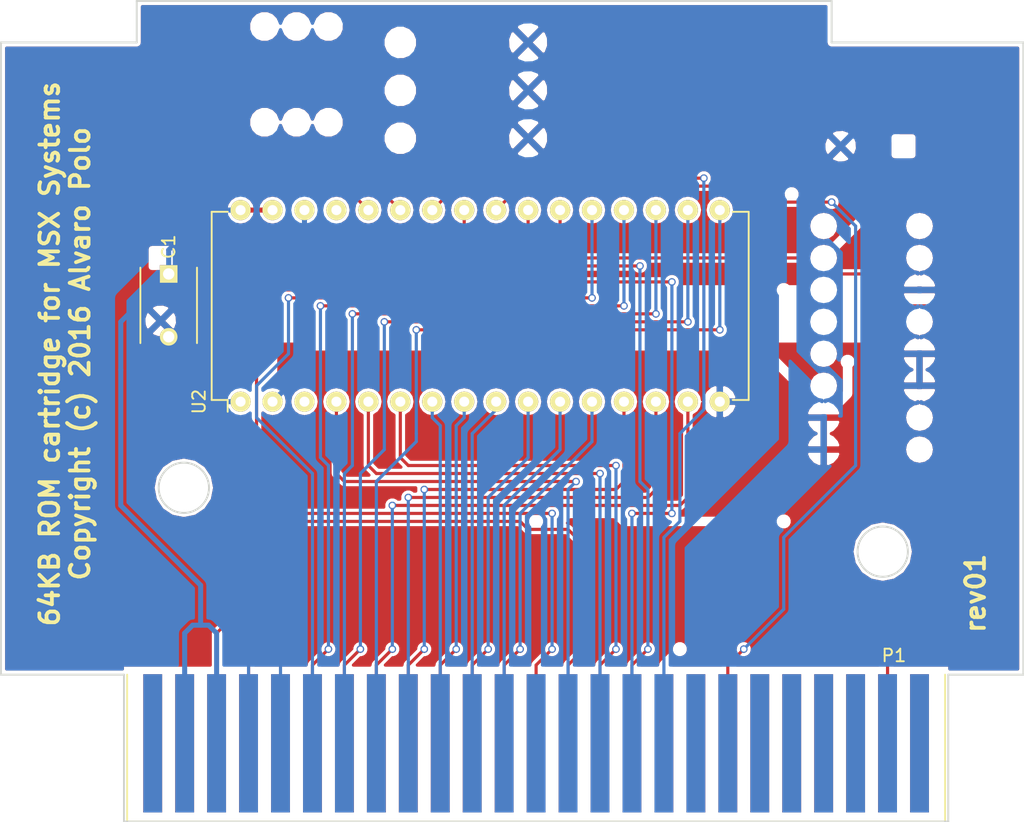
<source format=kicad_pcb>
(kicad_pcb (version 4) (host pcbnew 4.0.2-stable)

  (general
    (links 37)
    (no_connects 2)
    (area 111.684999 95.682999 193.115001 161.111001)
    (thickness 1.6)
    (drawings 18)
    (tracks 248)
    (zones 0)
    (modules 3)
    (nets 30)
  )

  (page A4)
  (layers
    (0 F.Cu mixed)
    (31 B.Cu mixed)
    (32 B.Adhes user)
    (33 F.Adhes user)
    (34 B.Paste user)
    (35 F.Paste user)
    (36 B.SilkS user)
    (37 F.SilkS user)
    (38 B.Mask user)
    (39 F.Mask user)
    (40 Dwgs.User user)
    (41 Cmts.User user)
    (42 Eco1.User user)
    (43 Eco2.User user)
    (44 Edge.Cuts user)
    (45 Margin user)
    (46 B.CrtYd user)
    (47 F.CrtYd user)
    (48 B.Fab user)
    (49 F.Fab user)
  )

  (setup
    (last_trace_width 0.25)
    (trace_clearance 0.2)
    (zone_clearance 0.254)
    (zone_45_only no)
    (trace_min 0.2)
    (segment_width 0.2)
    (edge_width 0.15)
    (via_size 0.6)
    (via_drill 0.4)
    (via_min_size 0.4)
    (via_min_drill 0.3)
    (uvia_size 0.3)
    (uvia_drill 0.1)
    (uvias_allowed no)
    (uvia_min_size 0.2)
    (uvia_min_drill 0.1)
    (pcb_text_width 0.3)
    (pcb_text_size 1.5 1.5)
    (mod_edge_width 0.15)
    (mod_text_size 1 1)
    (mod_text_width 0.15)
    (pad_size 1.524 1.524)
    (pad_drill 0.762)
    (pad_to_mask_clearance 0.2)
    (aux_axis_origin 108.585 162.56)
    (visible_elements 7FFFFFFF)
    (pcbplotparams
      (layerselection 0x0103c_80000001)
      (usegerberextensions false)
      (excludeedgelayer true)
      (linewidth 0.100000)
      (plotframeref false)
      (viasonmask false)
      (mode 1)
      (useauxorigin false)
      (hpglpennumber 1)
      (hpglpenspeed 20)
      (hpglpendiameter 15)
      (hpglpenoverlay 2)
      (psnegative false)
      (psa4output false)
      (plotreference true)
      (plotvalue true)
      (plotinvisibletext false)
      (padsonsilk false)
      (subtractmaskfromsilk false)
      (outputformat 1)
      (mirror false)
      (drillshape 0)
      (scaleselection 1)
      (outputdirectory gerber))
  )

  (net 0 "")
  (net 1 VCC)
  (net 2 GND)
  (net 3 /A9)
  (net 4 /A11)
  (net 5 /A7)
  (net 6 /A12)
  (net 7 /A14)
  (net 8 /A1)
  (net 9 /A3)
  (net 10 /A5)
  (net 11 /D1)
  (net 12 /D3)
  (net 13 /D5)
  (net 14 /D7)
  (net 15 "Net-(P1-Pad44)")
  (net 16 /D6)
  (net 17 /D4)
  (net 18 /D2)
  (net 19 /D0)
  (net 20 /A4)
  (net 21 /A2)
  (net 22 /A0)
  (net 23 /A13)
  (net 24 /A8)
  (net 25 /A6)
  (net 26 /A10)
  (net 27 /A15)
  (net 28 ~RD)
  (net 29 ~SLTSL)

  (net_class Default "This is the default net class."
    (clearance 0.2)
    (trace_width 0.25)
    (via_dia 0.6)
    (via_drill 0.4)
    (uvia_dia 0.3)
    (uvia_drill 0.1)
    (add_net /A0)
    (add_net /A1)
    (add_net /A10)
    (add_net /A11)
    (add_net /A12)
    (add_net /A13)
    (add_net /A14)
    (add_net /A15)
    (add_net /A2)
    (add_net /A3)
    (add_net /A4)
    (add_net /A5)
    (add_net /A6)
    (add_net /A7)
    (add_net /A8)
    (add_net /A9)
    (add_net /D0)
    (add_net /D1)
    (add_net /D2)
    (add_net /D3)
    (add_net /D4)
    (add_net /D5)
    (add_net /D6)
    (add_net /D7)
    (add_net "Net-(P1-Pad44)")
    (add_net ~RD)
    (add_net ~SLTSL)
  )

  (net_class Power ""
    (clearance 0.2)
    (trace_width 0.4)
    (via_dia 0.8)
    (via_drill 0.6)
    (uvia_dia 0.3)
    (uvia_drill 0.1)
    (add_net GND)
    (add_net VCC)
  )

  (module Housings_DIP:DIP-32_W15.24mm (layer F.Cu) (tedit 56980046) (tstamp 568AE3B1)
    (at 130.81 127.635 90)
    (descr "32-lead dip package, row spacing 15.24 mm (600 mils)")
    (tags "dil dip 2.54 600")
    (path /5683F98D)
    (fp_text reference U2 (at 0 -3.302 90) (layer F.SilkS)
      (effects (font (size 1 1) (thickness 0.15)))
    )
    (fp_text value SST39SF010 (at 2.54 20.32 180) (layer F.Fab)
      (effects (font (size 1 1) (thickness 0.15)))
    )
    (fp_line (start -1.05 -2.45) (end -1.05 40.55) (layer F.CrtYd) (width 0.05))
    (fp_line (start 16.3 -2.45) (end 16.3 40.55) (layer F.CrtYd) (width 0.05))
    (fp_line (start -1.05 -2.45) (end 16.3 -2.45) (layer F.CrtYd) (width 0.05))
    (fp_line (start -1.05 40.55) (end 16.3 40.55) (layer F.CrtYd) (width 0.05))
    (fp_line (start 0.135 -2.295) (end 0.135 -1.025) (layer F.SilkS) (width 0.15))
    (fp_line (start 15.105 -2.295) (end 15.105 -1.025) (layer F.SilkS) (width 0.15))
    (fp_line (start 15.105 40.395) (end 15.105 39.125) (layer F.SilkS) (width 0.15))
    (fp_line (start 0.135 40.395) (end 0.135 39.125) (layer F.SilkS) (width 0.15))
    (fp_line (start 0.135 -2.295) (end 15.105 -2.295) (layer F.SilkS) (width 0.15))
    (fp_line (start 0.135 40.395) (end 15.105 40.395) (layer F.SilkS) (width 0.15))
    (fp_line (start 0.135 -1.025) (end -0.8 -1.025) (layer F.SilkS) (width 0.15))
    (pad 1 thru_hole oval (at 0 0 90) (size 1.6 1.6) (drill 0.8) (layers *.Cu *.Mask F.SilkS)
      (net 2 GND))
    (pad 2 thru_hole oval (at 0 2.54 90) (size 1.6 1.6) (drill 0.8) (layers *.Cu *.Mask F.SilkS)
      (net 2 GND))
    (pad 3 thru_hole oval (at 0 5.08 90) (size 1.6 1.6) (drill 0.8) (layers *.Cu *.Mask F.SilkS)
      (net 27 /A15))
    (pad 4 thru_hole oval (at 0 7.62 90) (size 1.6 1.6) (drill 0.8) (layers *.Cu *.Mask F.SilkS)
      (net 6 /A12))
    (pad 5 thru_hole oval (at 0 10.16 90) (size 1.6 1.6) (drill 0.8) (layers *.Cu *.Mask F.SilkS)
      (net 5 /A7))
    (pad 6 thru_hole oval (at 0 12.7 90) (size 1.6 1.6) (drill 0.8) (layers *.Cu *.Mask F.SilkS)
      (net 25 /A6))
    (pad 7 thru_hole oval (at 0 15.24 90) (size 1.6 1.6) (drill 0.8) (layers *.Cu *.Mask F.SilkS)
      (net 10 /A5))
    (pad 8 thru_hole oval (at 0 17.78 90) (size 1.6 1.6) (drill 0.8) (layers *.Cu *.Mask F.SilkS)
      (net 20 /A4))
    (pad 9 thru_hole oval (at 0 20.32 90) (size 1.6 1.6) (drill 0.8) (layers *.Cu *.Mask F.SilkS)
      (net 9 /A3))
    (pad 10 thru_hole oval (at 0 22.86 90) (size 1.6 1.6) (drill 0.8) (layers *.Cu *.Mask F.SilkS)
      (net 21 /A2))
    (pad 11 thru_hole oval (at 0 25.4 90) (size 1.6 1.6) (drill 0.8) (layers *.Cu *.Mask F.SilkS)
      (net 8 /A1))
    (pad 12 thru_hole oval (at 0 27.94 90) (size 1.6 1.6) (drill 0.8) (layers *.Cu *.Mask F.SilkS)
      (net 22 /A0))
    (pad 13 thru_hole oval (at 0 30.48 90) (size 1.6 1.6) (drill 0.8) (layers *.Cu *.Mask F.SilkS)
      (net 19 /D0))
    (pad 14 thru_hole oval (at 0 33.02 90) (size 1.6 1.6) (drill 0.8) (layers *.Cu *.Mask F.SilkS)
      (net 11 /D1))
    (pad 15 thru_hole oval (at 0 35.56 90) (size 1.6 1.6) (drill 0.8) (layers *.Cu *.Mask F.SilkS)
      (net 18 /D2))
    (pad 16 thru_hole oval (at 0 38.1 90) (size 1.6 1.6) (drill 0.8) (layers *.Cu *.Mask F.SilkS)
      (net 2 GND))
    (pad 17 thru_hole oval (at 15.24 38.1 90) (size 1.6 1.6) (drill 0.8) (layers *.Cu *.Mask F.SilkS)
      (net 12 /D3))
    (pad 18 thru_hole oval (at 15.24 35.56 90) (size 1.6 1.6) (drill 0.8) (layers *.Cu *.Mask F.SilkS)
      (net 17 /D4))
    (pad 19 thru_hole oval (at 15.24 33.02 90) (size 1.6 1.6) (drill 0.8) (layers *.Cu *.Mask F.SilkS)
      (net 13 /D5))
    (pad 20 thru_hole oval (at 15.24 30.48 90) (size 1.6 1.6) (drill 0.8) (layers *.Cu *.Mask F.SilkS)
      (net 16 /D6))
    (pad 21 thru_hole oval (at 15.24 27.94 90) (size 1.6 1.6) (drill 0.8) (layers *.Cu *.Mask F.SilkS)
      (net 14 /D7))
    (pad 22 thru_hole oval (at 15.24 25.4 90) (size 1.6 1.6) (drill 0.8) (layers *.Cu *.Mask F.SilkS)
      (net 29 ~SLTSL))
    (pad 23 thru_hole oval (at 15.24 22.86 90) (size 1.6 1.6) (drill 0.8) (layers *.Cu *.Mask F.SilkS)
      (net 26 /A10))
    (pad 24 thru_hole oval (at 15.24 20.32 90) (size 1.6 1.6) (drill 0.8) (layers *.Cu *.Mask F.SilkS)
      (net 28 ~RD))
    (pad 25 thru_hole oval (at 15.24 17.78 90) (size 1.6 1.6) (drill 0.8) (layers *.Cu *.Mask F.SilkS)
      (net 4 /A11))
    (pad 26 thru_hole oval (at 15.24 15.24 90) (size 1.6 1.6) (drill 0.8) (layers *.Cu *.Mask F.SilkS)
      (net 3 /A9))
    (pad 27 thru_hole oval (at 15.24 12.7 90) (size 1.6 1.6) (drill 0.8) (layers *.Cu *.Mask F.SilkS)
      (net 24 /A8))
    (pad 28 thru_hole oval (at 15.24 10.16 90) (size 1.6 1.6) (drill 0.8) (layers *.Cu *.Mask F.SilkS)
      (net 23 /A13))
    (pad 29 thru_hole oval (at 15.24 7.62 90) (size 1.6 1.6) (drill 0.8) (layers *.Cu *.Mask F.SilkS)
      (net 7 /A14))
    (pad 30 thru_hole oval (at 15.24 5.08 90) (size 1.6 1.6) (drill 0.8) (layers *.Cu *.Mask F.SilkS)
      (net 2 GND))
    (pad 31 thru_hole oval (at 15.24 2.54 90) (size 1.6 1.6) (drill 0.8) (layers *.Cu *.Mask F.SilkS)
      (net 1 VCC))
    (pad 32 thru_hole oval (at 15.24 0 90) (size 1.6 1.6) (drill 0.8) (layers *.Cu *.Mask F.SilkS)
      (net 1 VCC))
    (model Housings_DIP.3dshapes/DIP-32_W15.24mm.wrl
      (at (xyz 0 0 0))
      (scale (xyz 1 1 1))
      (rotate (xyz 0 0 0))
    )
  )

  (module msx:msx_cartridge (layer F.Cu) (tedit 569559C3) (tstamp 569579E4)
    (at 154.305 154.94)
    (path /5683C854)
    (fp_text reference P1 (at 28.448 -7.112) (layer F.SilkS)
      (effects (font (size 1 1) (thickness 0.15)))
    )
    (fp_text value CONN_02X25 (at 0 -7.62) (layer F.Fab)
      (effects (font (size 1 1) (thickness 0.15)))
    )
    (fp_line (start 32.512 6.096) (end -32.512 6.096) (layer F.SilkS) (width 0.15))
    (fp_line (start -32.512 6.096) (end -32.512 -5.588) (layer F.SilkS) (width 0.15))
    (fp_line (start 32.512 6.096) (end 32.512 -5.588) (layer F.SilkS) (width 0.15))
    (pad 1 connect rect (at 30.48 -0.127) (size 1.5 11) (layers B.Cu B.Mask))
    (pad 3 connect rect (at 27.94 -0.127) (size 1.5 11) (layers B.Cu B.Mask))
    (pad 5 connect rect (at 25.4 -0.127) (size 1.5 11) (layers B.Cu B.Mask))
    (pad 7 connect rect (at 22.86 -0.127) (size 1.5 11) (layers B.Cu B.Mask))
    (pad 9 connect rect (at 20.32 -0.127) (size 1.5 11) (layers B.Cu B.Mask))
    (pad 11 connect rect (at 17.78 -0.127) (size 1.5 11) (layers B.Cu B.Mask))
    (pad 13 connect rect (at 15.24 -0.127) (size 1.5 11) (layers B.Cu B.Mask))
    (pad 15 connect rect (at 12.7 -0.127) (size 1.5 11) (layers B.Cu B.Mask))
    (pad 17 connect rect (at 10.16 -0.127) (size 1.5 11) (layers B.Cu B.Mask)
      (net 3 /A9))
    (pad 19 connect rect (at 7.62 -0.127) (size 1.5 11) (layers B.Cu B.Mask)
      (net 4 /A11))
    (pad 21 connect rect (at 5.08 -0.127) (size 1.5 11) (layers B.Cu B.Mask)
      (net 5 /A7))
    (pad 23 connect rect (at 2.54 -0.127) (size 1.5 11) (layers B.Cu B.Mask)
      (net 6 /A12))
    (pad 25 connect rect (at 0 -0.127) (size 1.5 11) (layers B.Cu B.Mask)
      (net 7 /A14))
    (pad 27 connect rect (at -2.54 -0.127) (size 1.5 11) (layers B.Cu B.Mask)
      (net 8 /A1))
    (pad 29 connect rect (at -5.08 -0.127) (size 1.5 11) (layers B.Cu B.Mask)
      (net 9 /A3))
    (pad 31 connect rect (at -7.62 -0.127) (size 1.5 11) (layers B.Cu B.Mask)
      (net 10 /A5))
    (pad 33 connect rect (at -10.16 -0.127) (size 1.5 11) (layers B.Cu B.Mask)
      (net 11 /D1))
    (pad 35 connect rect (at -12.7 -0.127) (size 1.5 11) (layers B.Cu B.Mask)
      (net 12 /D3))
    (pad 37 connect rect (at -15.24 -0.127) (size 1.5 11) (layers B.Cu B.Mask)
      (net 13 /D5))
    (pad 39 connect rect (at -17.78 -0.127) (size 1.5 11) (layers B.Cu B.Mask)
      (net 14 /D7))
    (pad 41 connect rect (at -20.32 -0.127) (size 1.5 11) (layers B.Cu B.Mask)
      (net 2 GND))
    (pad 43 connect rect (at -22.86 -0.127) (size 1.5 11) (layers B.Cu B.Mask)
      (net 2 GND))
    (pad 45 connect rect (at -25.4 -0.127) (size 1.5 11) (layers B.Cu B.Mask)
      (net 1 VCC))
    (pad 47 connect rect (at -27.94 -0.127) (size 1.5 11) (layers B.Cu B.Mask)
      (net 1 VCC))
    (pad 49 connect rect (at -30.48 -0.127) (size 1.5 11) (layers B.Cu B.Mask))
    (pad 50 connect rect (at -30.48 -0.127) (size 1.5 11) (layers F.Cu F.Mask))
    (pad 48 connect rect (at -27.94 -0.127) (size 1.5 11) (layers F.Cu F.Mask))
    (pad 46 connect rect (at -25.4 -0.127) (size 1.5 11) (layers F.Cu F.Mask)
      (net 15 "Net-(P1-Pad44)"))
    (pad 44 connect rect (at -22.86 -0.127) (size 1.5 11) (layers F.Cu F.Mask)
      (net 15 "Net-(P1-Pad44)"))
    (pad 42 connect rect (at -20.32 -0.127) (size 1.5 11) (layers F.Cu F.Mask))
    (pad 40 connect rect (at -17.78 -0.127) (size 1.5 11) (layers F.Cu F.Mask)
      (net 16 /D6))
    (pad 38 connect rect (at -15.24 -0.127) (size 1.5 11) (layers F.Cu F.Mask)
      (net 17 /D4))
    (pad 36 connect rect (at -12.7 -0.127) (size 1.5 11) (layers F.Cu F.Mask)
      (net 18 /D2))
    (pad 34 connect rect (at -10.16 -0.127) (size 1.5 11) (layers F.Cu F.Mask)
      (net 19 /D0))
    (pad 32 connect rect (at -7.62 -0.127) (size 1.5 11) (layers F.Cu F.Mask)
      (net 20 /A4))
    (pad 30 connect rect (at -5.08 -0.127) (size 1.5 11) (layers F.Cu F.Mask)
      (net 21 /A2))
    (pad 28 connect rect (at -2.54 -0.127) (size 1.5 11) (layers F.Cu F.Mask)
      (net 22 /A0))
    (pad 26 connect rect (at 0 -0.127) (size 1.5 11) (layers F.Cu F.Mask)
      (net 23 /A13))
    (pad 24 connect rect (at 2.54 -0.127) (size 1.5 11) (layers F.Cu F.Mask)
      (net 24 /A8))
    (pad 22 connect rect (at 5.08 -0.127) (size 1.5 11) (layers F.Cu F.Mask)
      (net 25 /A6))
    (pad 20 connect rect (at 7.62 -0.127) (size 1.5 11) (layers F.Cu F.Mask)
      (net 26 /A10))
    (pad 18 connect rect (at 10.16 -0.127) (size 1.5 11) (layers F.Cu F.Mask)
      (net 27 /A15))
    (pad 16 connect rect (at 12.7 -0.127) (size 1.5 11) (layers F.Cu F.Mask))
    (pad 14 connect rect (at 15.24 -0.127) (size 1.5 11) (layers F.Cu F.Mask)
      (net 28 ~RD))
    (pad 12 connect rect (at 17.78 -0.127) (size 1.5 11) (layers F.Cu F.Mask))
    (pad 10 connect rect (at 20.32 -0.127) (size 1.5 11) (layers F.Cu F.Mask))
    (pad 2 connect rect (at 30.48 -0.127) (size 1.5 11) (layers F.Cu F.Mask))
    (pad 4 connect rect (at 27.94 -0.127) (size 1.5 11) (layers F.Cu F.Mask)
      (net 29 ~SLTSL))
    (pad 6 connect rect (at 25.4 -0.127) (size 1.5 11) (layers F.Cu F.Mask))
    (pad 8 connect rect (at 22.86 -0.127) (size 1.5 11) (layers F.Cu F.Mask))
  )

  (module Capacitors_ThroughHole:C_Disc_D6_P5 (layer F.Cu) (tedit 5698004D) (tstamp 5697FAB8)
    (at 125.095 117.475 270)
    (descr "Capacitor 6mm Disc, Pitch 5mm")
    (tags Capacitor)
    (path /56844D26)
    (fp_text reference C1 (at -2.159 0 270) (layer F.SilkS)
      (effects (font (size 1 1) (thickness 0.15)))
    )
    (fp_text value 100nF (at 2.5 3.5 270) (layer F.Fab)
      (effects (font (size 1 1) (thickness 0.15)))
    )
    (fp_line (start -0.95 -2.5) (end 5.95 -2.5) (layer F.CrtYd) (width 0.05))
    (fp_line (start 5.95 -2.5) (end 5.95 2.5) (layer F.CrtYd) (width 0.05))
    (fp_line (start 5.95 2.5) (end -0.95 2.5) (layer F.CrtYd) (width 0.05))
    (fp_line (start -0.95 2.5) (end -0.95 -2.5) (layer F.CrtYd) (width 0.05))
    (fp_line (start -0.5 -2.25) (end 5.5 -2.25) (layer F.SilkS) (width 0.15))
    (fp_line (start 5.5 2.25) (end -0.5 2.25) (layer F.SilkS) (width 0.15))
    (pad 1 thru_hole rect (at 0 0 270) (size 1.4 1.4) (drill 0.9) (layers *.Cu *.Mask F.SilkS)
      (net 1 VCC))
    (pad 2 thru_hole circle (at 5 0 270) (size 1.4 1.4) (drill 0.9) (layers *.Cu *.Mask F.SilkS)
      (net 2 GND))
    (model Capacitors_ThroughHole.3dshapes/C_Disc_D6_P5.wrl
      (at (xyz 0.0984252 0 0))
      (scale (xyz 1 1 1))
      (rotate (xyz 0 0 0))
    )
  )

  (gr_text rev01 (at 189.23 142.875 90) (layer F.SilkS)
    (effects (font (size 1.5 1.5) (thickness 0.3)))
  )
  (gr_text "64KB ROM cartridge for MSX Systems\nCopyright (c) 2016 Alvaro Polo\n" (at 116.84 123.825 90) (layer F.SilkS)
    (effects (font (size 1.5 1.5) (thickness 0.3)))
  )
  (gr_line (start 177.8 95.758) (end 177.8 99.06) (angle 90) (layer Edge.Cuts) (width 0.15))
  (gr_line (start 122.555 95.758) (end 122.555 99.06) (angle 90) (layer Edge.Cuts) (width 0.15))
  (gr_line (start 187.071 149.352) (end 193.04 149.352) (angle 90) (layer Edge.Cuts) (width 0.15))
  (gr_line (start 187.071 161.036) (end 186.817 161.036) (angle 90) (layer Edge.Cuts) (width 0.15))
  (gr_line (start 121.539 161.036) (end 121.793 161.036) (angle 90) (layer Edge.Cuts) (width 0.15))
  (gr_line (start 121.539 149.352) (end 111.76 149.352) (angle 90) (layer Edge.Cuts) (width 0.15))
  (gr_circle (center 126.3 134.485) (end 124.3 134.485) (layer Edge.Cuts) (width 0.15))
  (gr_circle (center 181.86 139.565) (end 183.86 139.565) (layer Edge.Cuts) (width 0.15))
  (gr_line (start 193.04 99.06) (end 193.04 149.352) (angle 90) (layer Edge.Cuts) (width 0.15))
  (gr_line (start 177.8 99.06) (end 193.04 99.06) (angle 90) (layer Edge.Cuts) (width 0.15))
  (gr_line (start 122.555 95.758) (end 177.8 95.758) (angle 90) (layer Edge.Cuts) (width 0.15))
  (gr_line (start 111.76 99.06) (end 122.555 99.06) (angle 90) (layer Edge.Cuts) (width 0.15))
  (gr_line (start 111.76 149.352) (end 111.76 99.06) (angle 90) (layer Edge.Cuts) (width 0.15))
  (gr_line (start 121.539 161.036) (end 121.539 149.352) (angle 90) (layer Edge.Cuts) (width 0.15))
  (gr_line (start 186.817 161.036) (end 121.793 161.036) (angle 90) (layer Edge.Cuts) (width 0.15))
  (gr_line (start 187.071 149.352) (end 187.071 161.036) (angle 90) (layer Edge.Cuts) (width 0.15))

  (segment (start 130.81 112.395) (end 128.27 112.395) (width 0.4) (layer B.Cu) (net 1) (status 400000))
  (segment (start 125.095 115.57) (end 125.095 117.475) (width 0.4) (layer B.Cu) (net 1) (tstamp 57A9F6C4) (status 800000))
  (segment (start 128.27 112.395) (end 125.095 115.57) (width 0.4) (layer B.Cu) (net 1) (tstamp 57A9F6BD))
  (segment (start 125.095 117.475) (end 125.73 117.475) (width 0.4) (layer B.Cu) (net 1) (status C00000))
  (segment (start 125.095 117.475) (end 121.285 121.285) (width 0.4) (layer B.Cu) (net 1) (status 400000))
  (segment (start 121.285 125.095) (end 121.285 135.89) (width 0.4) (layer B.Cu) (net 1))
  (segment (start 121.285 135.89) (end 127.635 142.24) (width 0.4) (layer B.Cu) (net 1) (tstamp 5696B0D4))
  (segment (start 127.635 145.415) (end 127.635 142.24) (width 0.4) (layer B.Cu) (net 1))
  (segment (start 121.285 125.095) (end 121.285 121.285) (width 0.4) (layer B.Cu) (net 1) (tstamp 56957B03))
  (segment (start 126.365 146.05) (end 127 145.415) (width 0.4) (layer B.Cu) (net 1))
  (segment (start 126.365 154.813) (end 126.365 146.05) (width 0.4) (layer B.Cu) (net 1))
  (segment (start 127 145.415) (end 127.635 145.415) (width 0.4) (layer B.Cu) (net 1) (tstamp 56969EBB))
  (segment (start 128.27 145.415) (end 128.905 146.05) (width 0.4) (layer B.Cu) (net 1) (tstamp 56969EBC))
  (segment (start 128.905 154.813) (end 128.905 146.05) (width 0.4) (layer B.Cu) (net 1))
  (segment (start 127.635 145.415) (end 128.27 145.415) (width 0.4) (layer B.Cu) (net 1) (tstamp 56969EC1))
  (segment (start 130.81 112.395) (end 133.35 112.395) (width 0.4) (layer F.Cu) (net 1))
  (segment (start 133.35 127.635) (end 135.89 125.095) (width 0.4) (layer B.Cu) (net 2) (status 400000))
  (segment (start 135.89 125.095) (end 135.89 112.395) (width 0.4) (layer B.Cu) (net 2) (tstamp 57A9F780) (status 800000))
  (segment (start 125.095 122.475) (end 125.095 125.095) (width 0.4) (layer B.Cu) (net 2) (status 400000))
  (segment (start 127.635 127.635) (end 130.81 127.635) (width 0.4) (layer B.Cu) (net 2) (tstamp 57A9F6B8) (status 800000))
  (segment (start 125.095 125.095) (end 127.635 127.635) (width 0.4) (layer B.Cu) (net 2) (tstamp 57A9F6B3))
  (segment (start 133.985 154.813) (end 133.985 148.59) (width 0.25) (layer B.Cu) (net 2))
  (segment (start 131.445 148.59) (end 131.445 154.813) (width 0.25) (layer B.Cu) (net 2) (tstamp 5696B23B))
  (segment (start 132.08 147.955) (end 131.445 148.59) (width 0.25) (layer B.Cu) (net 2) (tstamp 5696B23A))
  (segment (start 133.35 147.955) (end 132.08 147.955) (width 0.25) (layer B.Cu) (net 2) (tstamp 5696B237))
  (segment (start 133.985 148.59) (end 133.35 147.955) (width 0.25) (layer B.Cu) (net 2) (tstamp 5696B233))
  (segment (start 165.735 137.16) (end 165.735 130.175) (width 0.25) (layer B.Cu) (net 3))
  (segment (start 165.735 130.175) (end 167.64 128.27) (width 0.25) (layer B.Cu) (net 3) (tstamp 569802E5))
  (segment (start 164.465 154.813) (end 164.465 138.43) (width 0.25) (layer B.Cu) (net 3))
  (segment (start 148.59 109.855) (end 146.05 112.395) (width 0.25) (layer F.Cu) (net 3) (tstamp 5696A924))
  (segment (start 167.64 109.855) (end 148.59 109.855) (width 0.25) (layer F.Cu) (net 3) (tstamp 5696A923))
  (via (at 167.64 109.855) (size 0.6) (drill 0.4) (layers F.Cu B.Cu) (net 3))
  (segment (start 167.64 128.27) (end 167.64 109.855) (width 0.25) (layer B.Cu) (net 3) (tstamp 569802E9))
  (segment (start 164.465 138.43) (end 165.735 137.16) (width 0.25) (layer B.Cu) (net 3) (tstamp 5696A90E))
  (segment (start 148.59 112.395) (end 148.59 117.475) (width 0.25) (layer F.Cu) (net 4))
  (segment (start 148.59 117.475) (end 149.225 118.11) (width 0.25) (layer F.Cu) (net 4) (tstamp 5696AA73))
  (segment (start 161.925 154.813) (end 161.925 136.525) (width 0.25) (layer B.Cu) (net 4))
  (segment (start 165.1 118.11) (end 149.225 118.11) (width 0.25) (layer F.Cu) (net 4) (tstamp 5696A842))
  (via (at 165.1 118.11) (size 0.6) (drill 0.4) (layers F.Cu B.Cu) (net 4))
  (segment (start 165.1 136.525) (end 165.1 118.11) (width 0.25) (layer B.Cu) (net 4) (tstamp 5696A839))
  (via (at 165.1 136.525) (size 0.6) (drill 0.4) (layers F.Cu B.Cu) (net 4))
  (segment (start 161.925 136.525) (end 165.1 136.525) (width 0.25) (layer F.Cu) (net 4) (tstamp 5696A832))
  (via (at 161.925 136.525) (size 0.6) (drill 0.4) (layers F.Cu B.Cu) (net 4))
  (segment (start 159.385 154.813) (end 159.385 133.35) (width 0.25) (layer B.Cu) (net 5))
  (segment (start 140.97 132.715) (end 140.97 127.635) (width 0.25) (layer F.Cu) (net 5) (tstamp 5696A2B4))
  (segment (start 141.605 133.35) (end 140.97 132.715) (width 0.25) (layer F.Cu) (net 5) (tstamp 5696A2B0))
  (segment (start 159.385 133.35) (end 141.605 133.35) (width 0.25) (layer F.Cu) (net 5) (tstamp 5696A2AF))
  (via (at 159.385 133.35) (size 0.6) (drill 0.4) (layers F.Cu B.Cu) (net 5))
  (segment (start 156.845 154.813) (end 156.845 134.62) (width 0.25) (layer B.Cu) (net 6))
  (segment (start 156.845 134.62) (end 157.48 133.985) (width 0.25) (layer B.Cu) (net 6) (tstamp 56980341))
  (segment (start 138.43 133.35) (end 138.43 127.635) (width 0.25) (layer F.Cu) (net 6) (tstamp 5696A28B))
  (segment (start 139.065 133.985) (end 138.43 133.35) (width 0.25) (layer F.Cu) (net 6) (tstamp 5696A27D))
  (segment (start 157.48 133.985) (end 139.065 133.985) (width 0.25) (layer F.Cu) (net 6) (tstamp 5696A27C))
  (via (at 157.48 133.985) (size 0.6) (drill 0.4) (layers F.Cu B.Cu) (net 6))
  (segment (start 151.765 135.89) (end 156.21 131.445) (width 0.25) (layer B.Cu) (net 8) (tstamp 5698047F))
  (segment (start 151.765 136.525) (end 151.765 135.89) (width 0.25) (layer B.Cu) (net 8))
  (segment (start 156.21 131.445) (end 156.21 127.635) (width 0.25) (layer B.Cu) (net 8) (tstamp 56980482))
  (segment (start 151.765 154.813) (end 151.765 136.525) (width 0.25) (layer B.Cu) (net 8))
  (segment (start 149.225 136.525) (end 149.225 130.175) (width 0.25) (layer B.Cu) (net 9))
  (segment (start 149.225 130.175) (end 151.13 128.27) (width 0.25) (layer B.Cu) (net 9) (tstamp 5698045C))
  (segment (start 151.13 128.27) (end 151.13 127.635) (width 0.25) (layer B.Cu) (net 9) (tstamp 5698045E))
  (segment (start 149.225 154.813) (end 149.225 136.525) (width 0.25) (layer B.Cu) (net 9))
  (segment (start 146.685 135.255) (end 146.685 129.54) (width 0.25) (layer B.Cu) (net 10))
  (segment (start 146.685 129.54) (end 146.05 128.905) (width 0.25) (layer B.Cu) (net 10) (tstamp 5698044D))
  (segment (start 146.685 154.813) (end 146.685 135.255) (width 0.25) (layer B.Cu) (net 10))
  (segment (start 146.05 128.905) (end 146.05 127.635) (width 0.25) (layer B.Cu) (net 10) (tstamp 56980454))
  (segment (start 144.145 154.813) (end 144.145 135.255) (width 0.25) (layer B.Cu) (net 11))
  (segment (start 163.83 134.62) (end 163.83 127.635) (width 0.25) (layer F.Cu) (net 11) (tstamp 5696A5CF))
  (segment (start 163.195 135.255) (end 163.83 134.62) (width 0.25) (layer F.Cu) (net 11) (tstamp 5696A5CD))
  (segment (start 144.145 135.255) (end 163.195 135.255) (width 0.25) (layer F.Cu) (net 11) (tstamp 5696A5CC))
  (via (at 144.145 135.255) (size 0.6) (drill 0.4) (layers F.Cu B.Cu) (net 11))
  (segment (start 144.78 130.175) (end 144.78 130.81) (width 0.25) (layer B.Cu) (net 12))
  (segment (start 144.78 130.81) (end 141.605 133.985) (width 0.25) (layer B.Cu) (net 12) (tstamp 5698037F))
  (segment (start 141.605 154.813) (end 141.605 133.985) (width 0.25) (layer B.Cu) (net 12))
  (via (at 144.78 121.92) (size 0.6) (drill 0.4) (layers F.Cu B.Cu) (net 12))
  (segment (start 144.78 121.92) (end 168.91 121.92) (width 0.25) (layer F.Cu) (net 12) (tstamp 56957CDB))
  (via (at 168.91 121.92) (size 0.6) (drill 0.4) (layers F.Cu B.Cu) (net 12))
  (segment (start 168.91 121.92) (end 168.91 112.395) (width 0.25) (layer B.Cu) (net 12) (tstamp 56957CDE))
  (segment (start 144.78 130.175) (end 144.78 121.92) (width 0.25) (layer B.Cu) (net 12) (tstamp 5696A747))
  (segment (start 139.065 154.813) (end 139.065 133.35) (width 0.25) (layer B.Cu) (net 13))
  (via (at 139.7 120.65) (size 0.6) (drill 0.4) (layers F.Cu B.Cu) (net 13))
  (segment (start 139.7 120.65) (end 163.83 120.65) (width 0.25) (layer F.Cu) (net 13) (tstamp 56957C9F))
  (via (at 163.83 120.65) (size 0.6) (drill 0.4) (layers F.Cu B.Cu) (net 13))
  (segment (start 163.83 120.65) (end 163.83 112.395) (width 0.25) (layer B.Cu) (net 13) (tstamp 56957CA2))
  (segment (start 139.7 132.715) (end 139.7 120.65) (width 0.25) (layer B.Cu) (net 13) (tstamp 5696A69F))
  (segment (start 139.065 133.35) (end 139.7 132.715) (width 0.25) (layer B.Cu) (net 13) (tstamp 5696A69A))
  (segment (start 134.62 131.445) (end 132.08 128.905) (width 0.25) (layer B.Cu) (net 14))
  (segment (start 132.08 126.365) (end 134.62 123.825) (width 0.25) (layer B.Cu) (net 14) (tstamp 5698039A))
  (segment (start 132.08 128.905) (end 132.08 126.365) (width 0.25) (layer B.Cu) (net 14) (tstamp 56980399))
  (segment (start 136.525 154.813) (end 136.525 133.35) (width 0.25) (layer B.Cu) (net 14))
  (via (at 134.62 119.38) (size 0.6) (drill 0.4) (layers F.Cu B.Cu) (net 14))
  (segment (start 134.62 119.38) (end 158.75 119.38) (width 0.25) (layer F.Cu) (net 14) (tstamp 56957C94))
  (via (at 158.75 119.38) (size 0.6) (drill 0.4) (layers F.Cu B.Cu) (net 14))
  (segment (start 158.75 119.38) (end 158.75 112.395) (width 0.25) (layer B.Cu) (net 14) (tstamp 56957C97))
  (segment (start 134.62 123.825) (end 134.62 119.38) (width 0.25) (layer B.Cu) (net 14) (tstamp 5698039E))
  (segment (start 136.525 133.35) (end 134.62 131.445) (width 0.25) (layer B.Cu) (net 14) (tstamp 5696A6BF))
  (segment (start 128.905 154.813) (end 128.905 146.05) (width 0.25) (layer F.Cu) (net 15))
  (segment (start 131.445 146.05) (end 131.445 154.813) (width 0.25) (layer F.Cu) (net 15) (tstamp 5696A6FA))
  (segment (start 130.81 145.415) (end 131.445 146.05) (width 0.25) (layer F.Cu) (net 15) (tstamp 5696A6F7))
  (segment (start 129.54 145.415) (end 130.81 145.415) (width 0.25) (layer F.Cu) (net 15) (tstamp 5696A6F5))
  (segment (start 128.905 146.05) (end 129.54 145.415) (width 0.25) (layer F.Cu) (net 15) (tstamp 5696A6F1))
  (segment (start 137.795 133.35) (end 137.795 132.715) (width 0.25) (layer B.Cu) (net 16))
  (segment (start 137.795 132.715) (end 137.16 132.08) (width 0.25) (layer B.Cu) (net 16) (tstamp 569803A3))
  (segment (start 136.525 154.813) (end 136.525 148.59) (width 0.25) (layer F.Cu) (net 16))
  (via (at 137.16 120.015) (size 0.6) (drill 0.4) (layers F.Cu B.Cu) (net 16))
  (segment (start 137.16 120.015) (end 161.29 120.015) (width 0.25) (layer F.Cu) (net 16) (tstamp 56957C89))
  (via (at 161.29 120.015) (size 0.6) (drill 0.4) (layers F.Cu B.Cu) (net 16))
  (segment (start 161.29 120.015) (end 161.29 112.395) (width 0.25) (layer B.Cu) (net 16) (tstamp 56957C8C))
  (segment (start 137.16 132.08) (end 137.16 120.015) (width 0.25) (layer B.Cu) (net 16) (tstamp 569803A6))
  (segment (start 137.795 147.32) (end 137.795 133.35) (width 0.25) (layer B.Cu) (net 16) (tstamp 5696A6B0))
  (via (at 137.795 147.32) (size 0.6) (drill 0.4) (layers F.Cu B.Cu) (net 16))
  (segment (start 136.525 148.59) (end 137.795 147.32) (width 0.25) (layer F.Cu) (net 16) (tstamp 5696A6A8))
  (segment (start 139.065 154.813) (end 139.065 148.59) (width 0.25) (layer F.Cu) (net 17))
  (via (at 142.24 121.285) (size 0.6) (drill 0.4) (layers F.Cu B.Cu) (net 17))
  (segment (start 142.24 121.285) (end 166.37 121.285) (width 0.25) (layer F.Cu) (net 17) (tstamp 56957CAD))
  (via (at 166.37 121.285) (size 0.6) (drill 0.4) (layers F.Cu B.Cu) (net 17))
  (segment (start 166.37 121.285) (end 166.37 112.395) (width 0.25) (layer B.Cu) (net 17) (tstamp 56957CB0))
  (segment (start 142.24 131.445) (end 142.24 121.285) (width 0.25) (layer B.Cu) (net 17) (tstamp 5696A68D))
  (segment (start 140.335 133.35) (end 142.24 131.445) (width 0.25) (layer B.Cu) (net 17) (tstamp 5696A68B))
  (segment (start 140.335 135.89) (end 140.335 133.35) (width 0.25) (layer B.Cu) (net 17) (tstamp 5696A682))
  (segment (start 140.335 147.32) (end 140.335 135.89) (width 0.25) (layer B.Cu) (net 17) (tstamp 5696A681))
  (via (at 140.335 147.32) (size 0.6) (drill 0.4) (layers F.Cu B.Cu) (net 17))
  (segment (start 139.065 148.59) (end 140.335 147.32) (width 0.25) (layer F.Cu) (net 17) (tstamp 5696A67B))
  (segment (start 141.605 154.813) (end 141.605 148.59) (width 0.25) (layer F.Cu) (net 18))
  (segment (start 166.37 135.255) (end 166.37 127.635) (width 0.25) (layer F.Cu) (net 18) (tstamp 5696A638))
  (segment (start 165.735 135.89) (end 166.37 135.255) (width 0.25) (layer F.Cu) (net 18) (tstamp 5696A635))
  (segment (start 142.875 135.89) (end 165.735 135.89) (width 0.25) (layer F.Cu) (net 18) (tstamp 5696A634))
  (via (at 142.875 135.89) (size 0.6) (drill 0.4) (layers F.Cu B.Cu) (net 18))
  (segment (start 142.875 147.32) (end 142.875 135.89) (width 0.25) (layer B.Cu) (net 18) (tstamp 5696A630))
  (via (at 142.875 147.32) (size 0.6) (drill 0.4) (layers F.Cu B.Cu) (net 18))
  (segment (start 141.605 148.59) (end 142.875 147.32) (width 0.25) (layer F.Cu) (net 18) (tstamp 5696A62D))
  (segment (start 144.145 154.813) (end 144.145 148.59) (width 0.25) (layer F.Cu) (net 19))
  (segment (start 161.29 133.985) (end 161.29 127.635) (width 0.25) (layer F.Cu) (net 19) (tstamp 5696A61E))
  (segment (start 160.655 134.62) (end 161.29 133.985) (width 0.25) (layer F.Cu) (net 19) (tstamp 5696A61B))
  (segment (start 145.415 134.62) (end 160.655 134.62) (width 0.25) (layer F.Cu) (net 19) (tstamp 5696A61A))
  (via (at 145.415 134.62) (size 0.6) (drill 0.4) (layers F.Cu B.Cu) (net 19))
  (segment (start 145.415 147.32) (end 145.415 134.62) (width 0.25) (layer B.Cu) (net 19) (tstamp 5696A617))
  (via (at 145.415 147.32) (size 0.6) (drill 0.4) (layers F.Cu B.Cu) (net 19))
  (segment (start 144.145 148.59) (end 145.415 147.32) (width 0.25) (layer F.Cu) (net 19) (tstamp 5696A60A))
  (segment (start 147.955 135.255) (end 147.955 129.54) (width 0.25) (layer B.Cu) (net 20))
  (segment (start 147.955 129.54) (end 148.59 128.905) (width 0.25) (layer B.Cu) (net 20) (tstamp 56980456))
  (segment (start 146.685 154.813) (end 146.685 148.59) (width 0.25) (layer F.Cu) (net 20))
  (segment (start 148.59 128.905) (end 148.59 127.635) (width 0.25) (layer B.Cu) (net 20) (tstamp 56980459))
  (segment (start 147.955 147.32) (end 147.955 135.255) (width 0.25) (layer B.Cu) (net 20) (tstamp 5696A30A))
  (via (at 147.955 147.32) (size 0.6) (drill 0.4) (layers F.Cu B.Cu) (net 20))
  (segment (start 146.685 148.59) (end 147.955 147.32) (width 0.25) (layer F.Cu) (net 20) (tstamp 5696A302))
  (segment (start 150.495 135.89) (end 150.495 135.255) (width 0.25) (layer B.Cu) (net 21))
  (segment (start 150.495 135.255) (end 153.67 132.08) (width 0.25) (layer B.Cu) (net 21) (tstamp 5698047A))
  (segment (start 150.495 136.525) (end 150.495 135.89) (width 0.25) (layer B.Cu) (net 21))
  (segment (start 149.225 154.813) (end 149.225 148.59) (width 0.25) (layer F.Cu) (net 21))
  (segment (start 153.67 132.08) (end 153.67 127.635) (width 0.25) (layer B.Cu) (net 21) (tstamp 5698047D))
  (segment (start 150.495 147.32) (end 150.495 136.525) (width 0.25) (layer B.Cu) (net 21) (tstamp 5696A345))
  (via (at 150.495 147.32) (size 0.6) (drill 0.4) (layers F.Cu B.Cu) (net 21))
  (segment (start 149.225 148.59) (end 150.495 147.32) (width 0.25) (layer F.Cu) (net 21) (tstamp 5696A340))
  (segment (start 151.765 154.813) (end 151.765 148.59) (width 0.25) (layer F.Cu) (net 22))
  (segment (start 158.75 130.81) (end 158.75 127.635) (width 0.25) (layer B.Cu) (net 22) (tstamp 5696A3BF))
  (segment (start 153.035 136.525) (end 158.75 130.81) (width 0.25) (layer B.Cu) (net 22) (tstamp 5696A3BE))
  (segment (start 153.035 147.32) (end 153.035 136.525) (width 0.25) (layer B.Cu) (net 22) (tstamp 5696A3BD))
  (via (at 153.035 147.32) (size 0.6) (drill 0.4) (layers F.Cu B.Cu) (net 22))
  (segment (start 151.765 148.59) (end 153.035 147.32) (width 0.25) (layer F.Cu) (net 22) (tstamp 5696A3B8))
  (segment (start 140.97 112.395) (end 139.065 110.49) (width 0.25) (layer F.Cu) (net 23))
  (segment (start 137.16 117.475) (end 135.89 118.745) (width 0.25) (layer F.Cu) (net 23) (tstamp 5696AACB))
  (segment (start 137.16 111.125) (end 137.16 117.475) (width 0.25) (layer F.Cu) (net 23) (tstamp 5696AAC9))
  (segment (start 137.795 110.49) (end 137.16 111.125) (width 0.25) (layer F.Cu) (net 23) (tstamp 5696AAC7))
  (segment (start 139.065 110.49) (end 137.795 110.49) (width 0.25) (layer F.Cu) (net 23) (tstamp 5696AAC5))
  (segment (start 154.305 154.813) (end 154.305 148.59) (width 0.25) (layer F.Cu) (net 23))
  (segment (start 132.715 118.745) (end 135.89 118.745) (width 0.25) (layer F.Cu) (net 23) (tstamp 5696A794))
  (segment (start 132.08 119.38) (end 132.715 118.745) (width 0.25) (layer F.Cu) (net 23) (tstamp 5696A78C))
  (segment (start 132.08 135.89) (end 132.08 119.38) (width 0.25) (layer F.Cu) (net 23) (tstamp 5696A78B))
  (segment (start 132.715 136.525) (end 132.08 135.89) (width 0.25) (layer F.Cu) (net 23) (tstamp 5696A775))
  (segment (start 155.575 136.525) (end 132.715 136.525) (width 0.25) (layer F.Cu) (net 23) (tstamp 5696A774))
  (via (at 155.575 136.525) (size 0.6) (drill 0.4) (layers F.Cu B.Cu) (net 23))
  (segment (start 155.575 147.32) (end 155.575 136.525) (width 0.25) (layer B.Cu) (net 23) (tstamp 5696A76F))
  (via (at 155.575 147.32) (size 0.6) (drill 0.4) (layers F.Cu B.Cu) (net 23))
  (segment (start 154.305 148.59) (end 155.575 147.32) (width 0.25) (layer F.Cu) (net 23) (tstamp 5696A75E))
  (segment (start 129.54 127) (end 131.445 125.095) (width 0.25) (layer F.Cu) (net 24))
  (segment (start 131.445 125.095) (end 131.445 118.745) (width 0.25) (layer F.Cu) (net 24) (tstamp 5698010F))
  (segment (start 131.445 118.745) (end 132.08 118.11) (width 0.25) (layer F.Cu) (net 24) (tstamp 56980111))
  (segment (start 153.67 137.795) (end 153.035 137.16) (width 0.25) (layer F.Cu) (net 24))
  (segment (start 153.035 137.16) (end 132.08 137.16) (width 0.25) (layer F.Cu) (net 24) (tstamp 569800AC))
  (segment (start 129.54 128.905) (end 129.54 129.54) (width 0.25) (layer F.Cu) (net 24))
  (segment (start 131.445 131.445) (end 131.445 136.525) (width 0.25) (layer F.Cu) (net 24) (tstamp 5696B01E))
  (segment (start 129.54 129.54) (end 131.445 131.445) (width 0.25) (layer F.Cu) (net 24) (tstamp 5696B017))
  (segment (start 158.115 147.32) (end 158.115 139.065) (width 0.25) (layer F.Cu) (net 24))
  (segment (start 158.115 139.065) (end 156.845 137.795) (width 0.25) (layer F.Cu) (net 24) (tstamp 5696ABEC))
  (segment (start 156.845 154.813) (end 156.845 148.59) (width 0.25) (layer F.Cu) (net 24))
  (segment (start 132.08 137.16) (end 131.445 136.525) (width 0.25) (layer F.Cu) (net 24) (tstamp 569800AF))
  (segment (start 156.845 137.795) (end 153.67 137.795) (width 0.25) (layer F.Cu) (net 24) (tstamp 5696ABF4))
  (segment (start 156.845 148.59) (end 158.115 147.32) (width 0.25) (layer F.Cu) (net 24) (tstamp 5696A7EE))
  (segment (start 143.51 112.395) (end 140.97 109.855) (width 0.25) (layer F.Cu) (net 24))
  (segment (start 134.62 116.84) (end 133.35 118.11) (width 0.25) (layer F.Cu) (net 24) (tstamp 5696AAA7))
  (segment (start 134.62 111.125) (end 134.62 116.84) (width 0.25) (layer F.Cu) (net 24) (tstamp 5696AAA6))
  (segment (start 135.89 109.855) (end 134.62 111.125) (width 0.25) (layer F.Cu) (net 24) (tstamp 5696AAA3))
  (segment (start 137.795 109.855) (end 135.89 109.855) (width 0.25) (layer F.Cu) (net 24) (tstamp 5696AAA2))
  (segment (start 140.97 109.855) (end 137.795 109.855) (width 0.25) (layer F.Cu) (net 24) (tstamp 5696AA9B))
  (segment (start 132.08 118.11) (end 133.35 118.11) (width 0.25) (layer F.Cu) (net 24) (tstamp 56980116))
  (segment (start 129.54 128.905) (end 129.54 127) (width 0.25) (layer F.Cu) (net 24) (tstamp 5696B015))
  (segment (start 159.385 154.813) (end 159.385 148.59) (width 0.25) (layer F.Cu) (net 25))
  (segment (start 143.51 132.08) (end 143.51 127.635) (width 0.25) (layer F.Cu) (net 25) (tstamp 5696A2DE))
  (segment (start 144.145 132.715) (end 143.51 132.08) (width 0.25) (layer F.Cu) (net 25) (tstamp 5696A2DB))
  (segment (start 160.655 132.715) (end 144.145 132.715) (width 0.25) (layer F.Cu) (net 25) (tstamp 5696A2DA))
  (via (at 160.655 132.715) (size 0.6) (drill 0.4) (layers F.Cu B.Cu) (net 25))
  (segment (start 160.655 147.32) (end 160.655 132.715) (width 0.25) (layer B.Cu) (net 25) (tstamp 5696A2D7))
  (via (at 160.655 147.32) (size 0.6) (drill 0.4) (layers F.Cu B.Cu) (net 25))
  (segment (start 159.385 148.59) (end 160.655 147.32) (width 0.25) (layer F.Cu) (net 25) (tstamp 5696A2CA))
  (segment (start 161.925 154.813) (end 161.925 148.59) (width 0.25) (layer F.Cu) (net 26))
  (segment (start 153.67 116.205) (end 153.67 112.395) (width 0.25) (layer F.Cu) (net 26) (tstamp 5696A8E5))
  (segment (start 154.305 116.84) (end 153.67 116.205) (width 0.25) (layer F.Cu) (net 26) (tstamp 5696A8E1))
  (segment (start 162.56 116.84) (end 154.305 116.84) (width 0.25) (layer F.Cu) (net 26) (tstamp 5696A8E0))
  (via (at 162.56 116.84) (size 0.6) (drill 0.4) (layers F.Cu B.Cu) (net 26))
  (segment (start 162.56 133.985) (end 162.56 116.84) (width 0.25) (layer B.Cu) (net 26) (tstamp 5696A8D5))
  (segment (start 163.195 134.62) (end 162.56 133.985) (width 0.25) (layer B.Cu) (net 26) (tstamp 5696A8D1))
  (segment (start 163.195 137.795) (end 163.195 134.62) (width 0.25) (layer B.Cu) (net 26) (tstamp 5696A8C5))
  (segment (start 163.195 147.32) (end 163.195 137.795) (width 0.25) (layer B.Cu) (net 26) (tstamp 5696A8C4))
  (via (at 163.195 147.32) (size 0.6) (drill 0.4) (layers F.Cu B.Cu) (net 26))
  (segment (start 161.925 148.59) (end 163.195 147.32) (width 0.25) (layer F.Cu) (net 26) (tstamp 5696A8C0))
  (segment (start 179.705 132.715) (end 173.99 138.43) (width 0.25) (layer B.Cu) (net 28))
  (segment (start 173.99 138.43) (end 173.99 144.145) (width 0.25) (layer B.Cu) (net 28) (tstamp 5696AEB7))
  (segment (start 179.705 116.205) (end 179.705 113.665) (width 0.25) (layer B.Cu) (net 28))
  (segment (start 169.545 148.59) (end 170.815 147.32) (width 0.25) (layer F.Cu) (net 28) (tstamp 5696A959))
  (segment (start 169.545 154.813) (end 169.545 148.59) (width 0.25) (layer F.Cu) (net 28))
  (segment (start 170.815 147.32) (end 173.99 144.145) (width 0.25) (layer B.Cu) (net 28) (tstamp 5696A965))
  (via (at 170.815 147.32) (size 0.6) (drill 0.4) (layers F.Cu B.Cu) (net 28))
  (segment (start 179.705 132.715) (end 179.705 125.73) (width 0.25) (layer B.Cu) (net 28) (tstamp 5696AEB5))
  (segment (start 179.705 125.73) (end 179.705 116.205) (width 0.25) (layer B.Cu) (net 28) (tstamp 5696A96A))
  (segment (start 153.035 110.49) (end 151.13 112.395) (width 0.25) (layer F.Cu) (net 28) (tstamp 5696A9AB))
  (segment (start 170.18 110.49) (end 153.035 110.49) (width 0.25) (layer F.Cu) (net 28) (tstamp 5696A9AA))
  (segment (start 171.45 111.76) (end 170.18 110.49) (width 0.25) (layer F.Cu) (net 28) (tstamp 5696A9A4))
  (segment (start 177.8 111.76) (end 171.45 111.76) (width 0.25) (layer F.Cu) (net 28) (tstamp 5696A9A3))
  (via (at 177.8 111.76) (size 0.6) (drill 0.4) (layers F.Cu B.Cu) (net 28))
  (segment (start 179.705 113.665) (end 177.8 111.76) (width 0.25) (layer B.Cu) (net 28) (tstamp 5696A994))
  (segment (start 187.325 120.65) (end 186.69 120.015) (width 0.25) (layer F.Cu) (net 29))
  (segment (start 182.88 120.015) (end 180.34 117.475) (width 0.25) (layer F.Cu) (net 29) (tstamp 56980206))
  (segment (start 186.69 120.015) (end 182.88 120.015) (width 0.25) (layer F.Cu) (net 29) (tstamp 56980205))
  (segment (start 186.69 132.08) (end 187.325 131.445) (width 0.25) (layer F.Cu) (net 29))
  (segment (start 187.325 131.445) (end 187.325 120.65) (width 0.25) (layer F.Cu) (net 29) (tstamp 569801E1))
  (segment (start 186.055 132.715) (end 186.69 132.08) (width 0.25) (layer F.Cu) (net 29))
  (segment (start 156.21 112.395) (end 156.21 115.57) (width 0.25) (layer F.Cu) (net 29))
  (segment (start 176.53 117.475) (end 180.34 117.475) (width 0.25) (layer F.Cu) (net 29) (tstamp 5696A9D5))
  (segment (start 175.26 116.205) (end 176.53 117.475) (width 0.25) (layer F.Cu) (net 29) (tstamp 5696A9CF))
  (segment (start 156.845 116.205) (end 175.26 116.205) (width 0.25) (layer F.Cu) (net 29) (tstamp 5696A9CD))
  (segment (start 156.21 115.57) (end 156.845 116.205) (width 0.25) (layer F.Cu) (net 29) (tstamp 5696A9C9))
  (segment (start 177.165 143.51) (end 182.245 148.59) (width 0.25) (layer F.Cu) (net 29) (tstamp 5696AEDF))
  (segment (start 177.165 137.16) (end 177.165 143.51) (width 0.25) (layer F.Cu) (net 29) (tstamp 5696AEDC))
  (segment (start 180.975 133.35) (end 177.165 137.16) (width 0.25) (layer F.Cu) (net 29) (tstamp 5696AED8))
  (segment (start 185.42 133.35) (end 180.975 133.35) (width 0.25) (layer F.Cu) (net 29) (tstamp 5696AED6))
  (segment (start 186.055 132.715) (end 185.42 133.35) (width 0.25) (layer F.Cu) (net 29) (tstamp 5696AED2))
  (segment (start 182.245 148.59) (end 182.245 154.813) (width 0.25) (layer F.Cu) (net 29) (tstamp 5696A9EB))

  (zone (net 2) (net_name GND) (layer F.Cu) (tstamp 5697FE9E) (hatch edge 0.508)
    (connect_pads (clearance 0.254))
    (min_thickness 0.254)
    (fill yes (arc_segments 16) (thermal_gap 0.508) (thermal_bridge_width 0.508))
    (polygon
      (pts
        (xy 111.76 99.06) (xy 122.555 99.06) (xy 122.555 95.758) (xy 177.8 95.758) (xy 177.8 99.06)
        (xy 193.04 99.06) (xy 193.04 149.352) (xy 187.071 149.352) (xy 187.071 148.717) (xy 121.539 148.717)
        (xy 121.539 149.352) (xy 111.76 149.352)
      )
    )
    (filled_polygon
      (pts
        (xy 177.344 99.06) (xy 177.378711 99.234504) (xy 177.477559 99.382441) (xy 177.625496 99.481289) (xy 177.8 99.516)
        (xy 192.584 99.516) (xy 192.584 148.896) (xy 187.198 148.896) (xy 187.198 148.717) (xy 187.187994 148.66759)
        (xy 187.159553 148.625965) (xy 187.117159 148.598685) (xy 187.071 148.59) (xy 182.751 148.59) (xy 182.712483 148.396362)
        (xy 182.602796 148.232204) (xy 177.671 143.300408) (xy 177.671 139.565) (xy 179.404 139.565) (xy 179.590952 140.504871)
        (xy 180.123346 141.301654) (xy 180.920129 141.834048) (xy 181.86 142.021) (xy 182.799871 141.834048) (xy 183.596654 141.301654)
        (xy 184.129048 140.504871) (xy 184.316 139.565) (xy 184.129048 138.625129) (xy 183.596654 137.828346) (xy 182.799871 137.295952)
        (xy 181.86 137.109) (xy 180.920129 137.295952) (xy 180.123346 137.828346) (xy 179.590952 138.625129) (xy 179.404 139.565)
        (xy 177.671 139.565) (xy 177.671 137.369592) (xy 181.184592 133.856) (xy 185.42 133.856) (xy 185.613638 133.817483)
        (xy 185.777796 133.707796) (xy 187.682796 131.802796) (xy 187.736646 131.722204) (xy 187.792483 131.638638) (xy 187.831 131.445)
        (xy 187.831 120.65) (xy 187.792483 120.456362) (xy 187.682796 120.292204) (xy 187.047796 119.657204) (xy 186.883638 119.547517)
        (xy 186.69 119.509) (xy 185.991966 119.509) (xy 186.016041 119.482423) (xy 186.176904 119.094039) (xy 186.054915 118.872)
        (xy 184.912 118.872) (xy 184.912 118.892) (xy 184.658 118.892) (xy 184.658 118.872) (xy 183.515085 118.872)
        (xy 183.393096 119.094039) (xy 183.553959 119.482423) (xy 183.578034 119.509) (xy 183.089592 119.509) (xy 180.697796 117.117204)
        (xy 180.533638 117.007517) (xy 180.34 116.969) (xy 178.070733 116.969) (xy 178.279239 116.656949) (xy 178.369137 116.205)
        (xy 178.288082 115.79751) (xy 181.104 112.981592) (xy 181.104 113.03) (xy 181.142517 113.223638) (xy 181.252204 113.387796)
        (xy 183.661918 115.79751) (xy 183.580863 116.205) (xy 183.670761 116.656949) (xy 183.92677 117.040093) (xy 184.309914 117.296102)
        (xy 184.657998 117.36534) (xy 184.657998 117.47437) (xy 184.435959 117.353086) (xy 183.929866 117.592611) (xy 183.553959 118.007577)
        (xy 183.393096 118.395961) (xy 183.515085 118.618) (xy 184.658 118.618) (xy 184.658 118.598) (xy 184.912 118.598)
        (xy 184.912 118.618) (xy 186.054915 118.618) (xy 186.176904 118.395961) (xy 186.016041 118.007577) (xy 185.640134 117.592611)
        (xy 185.134041 117.353086) (xy 184.912002 117.47437) (xy 184.912002 117.36534) (xy 185.260086 117.296102) (xy 185.64323 117.040093)
        (xy 185.899239 116.656949) (xy 185.989137 116.205) (xy 185.899239 115.753051) (xy 185.64323 115.369907) (xy 185.260086 115.113898)
        (xy 184.808137 115.024) (xy 184.761863 115.024) (xy 184.392969 115.097377) (xy 182.116 112.820408) (xy 182.116 106.737658)
        (xy 182.426536 107.048194) (xy 182.426536 108.015) (xy 182.453103 108.15619) (xy 182.536546 108.285865) (xy 182.663866 108.372859)
        (xy 182.815 108.403464) (xy 182.934 108.403464) (xy 182.934 112.395) (xy 182.978226 112.617339) (xy 183.104171 112.805829)
        (xy 183.64432 113.345978) (xy 183.580863 113.665) (xy 183.670761 114.116949) (xy 183.92677 114.500093) (xy 184.309914 114.756102)
        (xy 184.761863 114.846) (xy 184.808137 114.846) (xy 185.260086 114.756102) (xy 185.64323 114.500093) (xy 185.899239 114.116949)
        (xy 185.989137 113.665) (xy 185.899239 113.213051) (xy 185.64323 112.829907) (xy 185.260086 112.573898) (xy 184.808137 112.484)
        (xy 184.761863 112.484) (xy 184.481438 112.53978) (xy 184.096 112.154342) (xy 184.096 108.403464) (xy 184.215 108.403464)
        (xy 184.35619 108.376897) (xy 184.485865 108.293454) (xy 184.572859 108.166134) (xy 184.603464 108.015) (xy 184.603464 106.615)
        (xy 184.576897 106.47381) (xy 184.493454 106.344135) (xy 184.366134 106.257141) (xy 184.215 106.226536) (xy 183.248194 106.226536)
        (xy 173.765829 96.744171) (xy 173.577339 96.618226) (xy 173.355 96.574) (xy 138.43 96.574) (xy 138.259782 96.607858)
        (xy 138.048727 96.520221) (xy 137.54349 96.51978) (xy 137.076542 96.712718) (xy 136.718974 97.069663) (xy 136.661116 97.209)
        (xy 136.389078 97.209) (xy 136.332282 97.071542) (xy 135.975337 96.713974) (xy 135.508727 96.520221) (xy 135.00349 96.51978)
        (xy 134.536542 96.712718) (xy 134.178974 97.069663) (xy 134.121116 97.209) (xy 133.849078 97.209) (xy 133.792282 97.071542)
        (xy 133.435337 96.713974) (xy 132.968727 96.520221) (xy 132.46349 96.51978) (xy 131.996542 96.712718) (xy 131.638974 97.069663)
        (xy 131.445221 97.536273) (xy 131.44478 98.04151) (xy 131.502394 98.180948) (xy 130.399171 99.284171) (xy 130.273226 99.472661)
        (xy 130.229 99.695) (xy 130.229 111.36699) (xy 129.974907 111.53677) (xy 129.718898 111.919914) (xy 129.629 112.371863)
        (xy 129.629 112.418137) (xy 129.68478 112.698562) (xy 126.759342 115.624) (xy 125.548464 115.624) (xy 125.548464 115.505)
        (xy 125.521897 115.36381) (xy 125.438454 115.234135) (xy 125.311134 115.147141) (xy 125.16 115.116536) (xy 123.76 115.116536)
        (xy 123.61881 115.143103) (xy 123.489135 115.226546) (xy 123.402141 115.353866) (xy 123.371536 115.505) (xy 123.371536 116.905)
        (xy 123.398103 117.04619) (xy 123.481546 117.175865) (xy 123.608866 117.262859) (xy 123.76 117.293464) (xy 125.16 117.293464)
        (xy 125.30119 117.266897) (xy 125.430865 117.183454) (xy 125.517859 117.056134) (xy 125.548464 116.905) (xy 125.548464 116.786)
        (xy 127 116.786) (xy 127.222339 116.741774) (xy 127.410829 116.615829) (xy 130.490978 113.53568) (xy 130.81 113.599137)
        (xy 131.261949 113.509239) (xy 131.645093 113.25323) (xy 131.830332 112.976) (xy 132.329668 112.976) (xy 132.514907 113.25323)
        (xy 132.898051 113.509239) (xy 133.35 113.599137) (xy 133.801949 113.509239) (xy 134.114 113.300733) (xy 134.114 116.630408)
        (xy 133.140408 117.604) (xy 132.08 117.604) (xy 131.886362 117.642517) (xy 131.764802 117.723741) (xy 131.722204 117.752204)
        (xy 131.087204 118.387204) (xy 130.977517 118.551362) (xy 130.939 118.745) (xy 130.939 124.885408) (xy 129.182204 126.642204)
        (xy 129.072517 126.806362) (xy 129.034 127) (xy 129.034 129.54) (xy 129.072517 129.733638) (xy 129.182204 129.897796)
        (xy 130.939 131.654592) (xy 130.939 136.525) (xy 130.977517 136.718638) (xy 131.087204 136.882796) (xy 131.722204 137.517796)
        (xy 131.886362 137.627483) (xy 132.08 137.666) (xy 152.825408 137.666) (xy 153.312204 138.152796) (xy 153.476362 138.262483)
        (xy 153.67 138.301) (xy 156.635408 138.301) (xy 157.609 139.274592) (xy 157.609 147.110408) (xy 156.487204 148.232204)
        (xy 156.377517 148.396362) (xy 156.339 148.59) (xy 155.020592 148.59) (xy 155.609561 148.001031) (xy 155.709865 148.001118)
        (xy 155.960252 147.897661) (xy 156.151987 147.706259) (xy 156.255882 147.456054) (xy 156.256118 147.185135) (xy 156.152661 146.934748)
        (xy 155.961259 146.743013) (xy 155.711054 146.639118) (xy 155.440135 146.638882) (xy 155.189748 146.742339) (xy 154.998013 146.933741)
        (xy 154.894118 147.183946) (xy 154.89403 147.285378) (xy 153.947204 148.232204) (xy 153.837517 148.396362) (xy 153.799 148.59)
        (xy 152.480592 148.59) (xy 153.069561 148.001031) (xy 153.169865 148.001118) (xy 153.420252 147.897661) (xy 153.611987 147.706259)
        (xy 153.715882 147.456054) (xy 153.716118 147.185135) (xy 153.612661 146.934748) (xy 153.421259 146.743013) (xy 153.171054 146.639118)
        (xy 152.900135 146.638882) (xy 152.649748 146.742339) (xy 152.458013 146.933741) (xy 152.354118 147.183946) (xy 152.35403 147.285378)
        (xy 151.407204 148.232204) (xy 151.297517 148.396362) (xy 151.259 148.59) (xy 149.940592 148.59) (xy 150.529561 148.001031)
        (xy 150.629865 148.001118) (xy 150.880252 147.897661) (xy 151.071987 147.706259) (xy 151.175882 147.456054) (xy 151.176118 147.185135)
        (xy 151.072661 146.934748) (xy 150.881259 146.743013) (xy 150.631054 146.639118) (xy 150.360135 146.638882) (xy 150.109748 146.742339)
        (xy 149.918013 146.933741) (xy 149.814118 147.183946) (xy 149.81403 147.285378) (xy 148.867204 148.232204) (xy 148.757517 148.396362)
        (xy 148.719 148.59) (xy 147.400592 148.59) (xy 147.989561 148.001031) (xy 148.089865 148.001118) (xy 148.340252 147.897661)
        (xy 148.531987 147.706259) (xy 148.635882 147.456054) (xy 148.636118 147.185135) (xy 148.532661 146.934748) (xy 148.341259 146.743013)
        (xy 148.091054 146.639118) (xy 147.820135 146.638882) (xy 147.569748 146.742339) (xy 147.378013 146.933741) (xy 147.274118 147.183946)
        (xy 147.27403 147.285378) (xy 146.327204 148.232204) (xy 146.217517 148.396362) (xy 146.179 148.59) (xy 144.860592 148.59)
        (xy 145.449561 148.001031) (xy 145.549865 148.001118) (xy 145.800252 147.897661) (xy 145.991987 147.706259) (xy 146.095882 147.456054)
        (xy 146.096118 147.185135) (xy 145.992661 146.934748) (xy 145.801259 146.743013) (xy 145.551054 146.639118) (xy 145.280135 146.638882)
        (xy 145.029748 146.742339) (xy 144.838013 146.933741) (xy 144.734118 147.183946) (xy 144.73403 147.285378) (xy 143.787204 148.232204)
        (xy 143.677517 148.396362) (xy 143.639 148.59) (xy 142.320592 148.59) (xy 142.909561 148.001031) (xy 143.009865 148.001118)
        (xy 143.260252 147.897661) (xy 143.451987 147.706259) (xy 143.555882 147.456054) (xy 143.556118 147.185135) (xy 143.452661 146.934748)
        (xy 143.261259 146.743013) (xy 143.011054 146.639118) (xy 142.740135 146.638882) (xy 142.489748 146.742339) (xy 142.298013 146.933741)
        (xy 142.194118 147.183946) (xy 142.19403 147.285378) (xy 141.247204 148.232204) (xy 141.137517 148.396362) (xy 141.099 148.59)
        (xy 139.780592 148.59) (xy 140.369561 148.001031) (xy 140.469865 148.001118) (xy 140.720252 147.897661) (xy 140.911987 147.706259)
        (xy 141.015882 147.456054) (xy 141.016118 147.185135) (xy 140.912661 146.934748) (xy 140.721259 146.743013) (xy 140.471054 146.639118)
        (xy 140.200135 146.638882) (xy 139.949748 146.742339) (xy 139.758013 146.933741) (xy 139.654118 147.183946) (xy 139.65403 147.285378)
        (xy 138.707204 148.232204) (xy 138.597517 148.396362) (xy 138.559 148.59) (xy 137.240592 148.59) (xy 137.829561 148.001031)
        (xy 137.929865 148.001118) (xy 138.180252 147.897661) (xy 138.371987 147.706259) (xy 138.475882 147.456054) (xy 138.476118 147.185135)
        (xy 138.372661 146.934748) (xy 138.181259 146.743013) (xy 137.931054 146.639118) (xy 137.660135 146.638882) (xy 137.409748 146.742339)
        (xy 137.218013 146.933741) (xy 137.114118 147.183946) (xy 137.11403 147.285378) (xy 136.167204 148.232204) (xy 136.057517 148.396362)
        (xy 136.019 148.59) (xy 131.951 148.59) (xy 131.951 146.05) (xy 131.912483 145.856362) (xy 131.802796 145.692204)
        (xy 131.167796 145.057204) (xy 131.003638 144.947517) (xy 130.81 144.909) (xy 129.54 144.909) (xy 129.346362 144.947517)
        (xy 129.182204 145.057204) (xy 128.547204 145.692204) (xy 128.437517 145.856362) (xy 128.399 146.05) (xy 128.399 148.59)
        (xy 121.539 148.59) (xy 121.48959 148.600006) (xy 121.447965 148.628447) (xy 121.420685 148.670841) (xy 121.412 148.717)
        (xy 121.412 148.896) (xy 112.216 148.896) (xy 112.216 134.485) (xy 123.844 134.485) (xy 124.030952 135.424871)
        (xy 124.563346 136.221654) (xy 125.360129 136.754048) (xy 126.3 136.941) (xy 127.239871 136.754048) (xy 128.036654 136.221654)
        (xy 128.569048 135.424871) (xy 128.756 134.485) (xy 128.569048 133.545129) (xy 128.036654 132.748346) (xy 127.239871 132.215952)
        (xy 126.3 132.029) (xy 125.360129 132.215952) (xy 124.563346 132.748346) (xy 124.030952 133.545129) (xy 123.844 134.485)
        (xy 112.216 134.485) (xy 112.216 122.140275) (xy 123.704331 122.140275) (xy 123.766169 122.376042) (xy 124.267122 122.552419)
        (xy 124.79744 122.523664) (xy 125.153831 122.376042) (xy 125.215669 122.140275) (xy 124.46 121.384605) (xy 123.704331 122.140275)
        (xy 112.216 122.140275) (xy 112.216 121.012122) (xy 123.112581 121.012122) (xy 123.141336 121.54244) (xy 123.288958 121.898831)
        (xy 123.524725 121.960669) (xy 124.280395 121.205) (xy 124.639605 121.205) (xy 125.395275 121.960669) (xy 125.631042 121.898831)
        (xy 125.807419 121.397878) (xy 125.778664 120.86756) (xy 125.631042 120.511169) (xy 125.395275 120.449331) (xy 124.639605 121.205)
        (xy 124.280395 121.205) (xy 123.524725 120.449331) (xy 123.288958 120.511169) (xy 123.112581 121.012122) (xy 112.216 121.012122)
        (xy 112.216 120.269725) (xy 123.704331 120.269725) (xy 124.46 121.025395) (xy 125.215669 120.269725) (xy 125.153831 120.033958)
        (xy 124.652878 119.857581) (xy 124.12256 119.886336) (xy 123.766169 120.033958) (xy 123.704331 120.269725) (xy 112.216 120.269725)
        (xy 112.216 99.516) (xy 122.555 99.516) (xy 122.729504 99.481289) (xy 122.877441 99.382441) (xy 122.976289 99.234504)
        (xy 123.011 99.06) (xy 123.011 96.214) (xy 177.344 96.214)
      )
    )
    (filled_polygon
      (pts
        (xy 186.819 120.859592) (xy 186.819 131.235408) (xy 185.210408 132.844) (xy 180.975 132.844) (xy 180.781362 132.882517)
        (xy 180.659802 132.963741) (xy 180.617204 132.992204) (xy 176.807204 136.802204) (xy 176.697517 136.966362) (xy 176.659 137.16)
        (xy 176.659 143.51) (xy 176.697517 143.703638) (xy 176.807204 143.867796) (xy 181.529408 148.59) (xy 170.260592 148.59)
        (xy 170.849561 148.001031) (xy 170.949865 148.001118) (xy 171.200252 147.897661) (xy 171.391987 147.706259) (xy 171.495882 147.456054)
        (xy 171.496118 147.185135) (xy 171.392661 146.934748) (xy 171.201259 146.743013) (xy 170.951054 146.639118) (xy 170.680135 146.638882)
        (xy 170.429748 146.742339) (xy 170.238013 146.933741) (xy 170.134118 147.183946) (xy 170.13403 147.285378) (xy 169.187204 148.232204)
        (xy 169.077517 148.396362) (xy 169.039 148.59) (xy 165.180592 148.59) (xy 165.769561 148.001031) (xy 165.869865 148.001118)
        (xy 166.120252 147.897661) (xy 166.311987 147.706259) (xy 166.415882 147.456054) (xy 166.416118 147.185135) (xy 166.312661 146.934748)
        (xy 166.121259 146.743013) (xy 165.871054 146.639118) (xy 165.600135 146.638882) (xy 165.349748 146.742339) (xy 165.158013 146.933741)
        (xy 165.054118 147.183946) (xy 165.05403 147.285378) (xy 164.107204 148.232204) (xy 163.997517 148.396362) (xy 163.959 148.59)
        (xy 162.640592 148.59) (xy 163.229561 148.001031) (xy 163.329865 148.001118) (xy 163.580252 147.897661) (xy 163.771987 147.706259)
        (xy 163.875882 147.456054) (xy 163.876118 147.185135) (xy 163.772661 146.934748) (xy 163.581259 146.743013) (xy 163.331054 146.639118)
        (xy 163.060135 146.638882) (xy 162.809748 146.742339) (xy 162.618013 146.933741) (xy 162.514118 147.183946) (xy 162.51403 147.285378)
        (xy 161.567204 148.232204) (xy 161.457517 148.396362) (xy 161.419 148.59) (xy 160.100592 148.59) (xy 160.689561 148.001031)
        (xy 160.789865 148.001118) (xy 161.040252 147.897661) (xy 161.231987 147.706259) (xy 161.335882 147.456054) (xy 161.336118 147.185135)
        (xy 161.232661 146.934748) (xy 161.041259 146.743013) (xy 160.791054 146.639118) (xy 160.520135 146.638882) (xy 160.269748 146.742339)
        (xy 160.078013 146.933741) (xy 159.974118 147.183946) (xy 159.97403 147.285378) (xy 159.027204 148.232204) (xy 158.917517 148.396362)
        (xy 158.879 148.59) (xy 157.560592 148.59) (xy 158.472796 147.677796) (xy 158.582483 147.513638) (xy 158.621 147.32)
        (xy 158.621 139.065) (xy 158.582483 138.871362) (xy 158.472796 138.707204) (xy 157.202796 137.437204) (xy 157.038638 137.327517)
        (xy 156.845 137.289) (xy 156.796592 137.289) (xy 157.054592 137.031) (xy 160.445408 137.031) (xy 160.932204 137.517796)
        (xy 161.096362 137.627483) (xy 161.29 137.666) (xy 173.532877 137.666) (xy 173.603741 137.736987) (xy 173.853946 137.840882)
        (xy 174.124865 137.841118) (xy 174.375252 137.737661) (xy 174.566987 137.546259) (xy 174.670882 137.296054) (xy 174.671118 137.025135)
        (xy 174.567661 136.774748) (xy 174.376259 136.583013) (xy 174.126054 136.479118) (xy 173.855135 136.478882) (xy 173.604748 136.582339)
        (xy 173.532962 136.654) (xy 165.780888 136.654) (xy 165.781118 136.390135) (xy 165.779855 136.387078) (xy 165.928638 136.357483)
        (xy 166.092796 136.247796) (xy 166.727796 135.612796) (xy 166.800664 135.503741) (xy 166.837483 135.448638) (xy 166.876 135.255)
        (xy 166.876 131.794039) (xy 175.773096 131.794039) (xy 175.933959 132.182423) (xy 176.309866 132.597389) (xy 176.815959 132.836914)
        (xy 177.038 132.715629) (xy 177.038 131.572) (xy 177.292 131.572) (xy 177.292 132.715629) (xy 177.514041 132.836914)
        (xy 178.020134 132.597389) (xy 178.396041 132.182423) (xy 178.556904 131.794039) (xy 178.434915 131.572) (xy 177.292 131.572)
        (xy 177.038 131.572) (xy 175.895085 131.572) (xy 175.773096 131.794039) (xy 166.876 131.794039) (xy 166.876 131.445)
        (xy 183.580863 131.445) (xy 183.670761 131.896949) (xy 183.92677 132.280093) (xy 184.309914 132.536102) (xy 184.761863 132.626)
        (xy 184.808137 132.626) (xy 185.260086 132.536102) (xy 185.64323 132.280093) (xy 185.899239 131.896949) (xy 185.989137 131.445)
        (xy 185.899239 130.993051) (xy 185.64323 130.609907) (xy 185.260086 130.353898) (xy 184.808137 130.264) (xy 184.761863 130.264)
        (xy 184.309914 130.353898) (xy 183.92677 130.609907) (xy 183.670761 130.993051) (xy 183.580863 131.445) (xy 166.876 131.445)
        (xy 166.876 129.254039) (xy 175.773096 129.254039) (xy 175.933959 129.642423) (xy 176.309866 130.057389) (xy 176.558367 130.175)
        (xy 176.309866 130.292611) (xy 175.933959 130.707577) (xy 175.773096 131.095961) (xy 175.895085 131.318) (xy 177.038 131.318)
        (xy 177.038 129.032) (xy 177.292 129.032) (xy 177.292 131.318) (xy 178.434915 131.318) (xy 178.556904 131.095961)
        (xy 178.396041 130.707577) (xy 178.020134 130.292611) (xy 177.771633 130.175) (xy 178.020134 130.057389) (xy 178.396041 129.642423)
        (xy 178.556904 129.254039) (xy 178.434915 129.032) (xy 177.292 129.032) (xy 177.038 129.032) (xy 175.895085 129.032)
        (xy 175.773096 129.254039) (xy 166.876 129.254039) (xy 166.876 128.713123) (xy 167.205093 128.49323) (xy 167.461102 128.110086)
        (xy 167.53034 127.762002) (xy 167.63937 127.762002) (xy 167.518086 127.984041) (xy 167.757611 128.490134) (xy 168.172577 128.866041)
        (xy 168.560961 129.026904) (xy 168.783 128.904915) (xy 168.783 127.762) (xy 169.037 127.762) (xy 169.037 128.904915)
        (xy 169.259039 129.026904) (xy 169.647423 128.866041) (xy 170.062389 128.490134) (xy 170.301914 127.984041) (xy 170.180629 127.762)
        (xy 169.037 127.762) (xy 168.783 127.762) (xy 168.763 127.762) (xy 168.763 127.508) (xy 168.783 127.508)
        (xy 168.783 126.365085) (xy 169.037 126.365085) (xy 169.037 127.508) (xy 170.180629 127.508) (xy 170.301914 127.285959)
        (xy 170.062389 126.779866) (xy 169.647423 126.403959) (xy 169.259039 126.243096) (xy 169.037 126.365085) (xy 168.783 126.365085)
        (xy 168.560961 126.243096) (xy 168.172577 126.403959) (xy 167.757611 126.779866) (xy 167.518086 127.285959) (xy 167.63937 127.507998)
        (xy 167.53034 127.507998) (xy 167.461102 127.159914) (xy 167.205093 126.77677) (xy 166.821949 126.520761) (xy 166.37 126.430863)
        (xy 165.918051 126.520761) (xy 165.534907 126.77677) (xy 165.278898 127.159914) (xy 165.189 127.611863) (xy 165.189 127.658137)
        (xy 165.278898 128.110086) (xy 165.534907 128.49323) (xy 165.864 128.713123) (xy 165.864 135.045408) (xy 165.525408 135.384)
        (xy 163.781592 135.384) (xy 164.187796 134.977796) (xy 164.260664 134.868741) (xy 164.297483 134.813638) (xy 164.336 134.62)
        (xy 164.336 128.713123) (xy 164.665093 128.49323) (xy 164.921102 128.110086) (xy 165.011 127.658137) (xy 165.011 127.611863)
        (xy 164.921102 127.159914) (xy 164.665093 126.77677) (xy 164.281949 126.520761) (xy 163.83 126.430863) (xy 163.378051 126.520761)
        (xy 162.994907 126.77677) (xy 162.738898 127.159914) (xy 162.649 127.611863) (xy 162.649 127.658137) (xy 162.738898 128.110086)
        (xy 162.994907 128.49323) (xy 163.324 128.713123) (xy 163.324 134.410408) (xy 162.985408 134.749) (xy 161.241592 134.749)
        (xy 161.647796 134.342796) (xy 161.720664 134.233741) (xy 161.757483 134.178638) (xy 161.796 133.985) (xy 161.796 128.713123)
        (xy 162.125093 128.49323) (xy 162.381102 128.110086) (xy 162.471 127.658137) (xy 162.471 127.611863) (xy 162.381102 127.159914)
        (xy 162.125093 126.77677) (xy 161.741949 126.520761) (xy 161.29 126.430863) (xy 160.838051 126.520761) (xy 160.454907 126.77677)
        (xy 160.198898 127.159914) (xy 160.109 127.611863) (xy 160.109 127.658137) (xy 160.198898 128.110086) (xy 160.454907 128.49323)
        (xy 160.784 128.713123) (xy 160.784 132.034112) (xy 160.520135 132.033882) (xy 160.269748 132.137339) (xy 160.197962 132.209)
        (xy 144.354592 132.209) (xy 144.016 131.870408) (xy 144.016 128.713123) (xy 144.345093 128.49323) (xy 144.601102 128.110086)
        (xy 144.691 127.658137) (xy 144.691 127.611863) (xy 144.869 127.611863) (xy 144.869 127.658137) (xy 144.958898 128.110086)
        (xy 145.214907 128.49323) (xy 145.598051 128.749239) (xy 146.05 128.839137) (xy 146.501949 128.749239) (xy 146.885093 128.49323)
        (xy 147.141102 128.110086) (xy 147.231 127.658137) (xy 147.231 127.611863) (xy 147.409 127.611863) (xy 147.409 127.658137)
        (xy 147.498898 128.110086) (xy 147.754907 128.49323) (xy 148.138051 128.749239) (xy 148.59 128.839137) (xy 149.041949 128.749239)
        (xy 149.425093 128.49323) (xy 149.681102 128.110086) (xy 149.771 127.658137) (xy 149.771 127.611863) (xy 149.949 127.611863)
        (xy 149.949 127.658137) (xy 150.038898 128.110086) (xy 150.294907 128.49323) (xy 150.678051 128.749239) (xy 151.13 128.839137)
        (xy 151.581949 128.749239) (xy 151.965093 128.49323) (xy 152.221102 128.110086) (xy 152.311 127.658137) (xy 152.311 127.611863)
        (xy 152.489 127.611863) (xy 152.489 127.658137) (xy 152.578898 128.110086) (xy 152.834907 128.49323) (xy 153.218051 128.749239)
        (xy 153.67 128.839137) (xy 154.121949 128.749239) (xy 154.505093 128.49323) (xy 154.761102 128.110086) (xy 154.851 127.658137)
        (xy 154.851 127.611863) (xy 155.029 127.611863) (xy 155.029 127.658137) (xy 155.118898 128.110086) (xy 155.374907 128.49323)
        (xy 155.758051 128.749239) (xy 156.21 128.839137) (xy 156.661949 128.749239) (xy 157.045093 128.49323) (xy 157.301102 128.110086)
        (xy 157.391 127.658137) (xy 157.391 127.611863) (xy 157.569 127.611863) (xy 157.569 127.658137) (xy 157.658898 128.110086)
        (xy 157.914907 128.49323) (xy 158.298051 128.749239) (xy 158.75 128.839137) (xy 159.201949 128.749239) (xy 159.585093 128.49323)
        (xy 159.841102 128.110086) (xy 159.931 127.658137) (xy 159.931 127.611863) (xy 159.841102 127.159914) (xy 159.585093 126.77677)
        (xy 159.201949 126.520761) (xy 158.75 126.430863) (xy 158.298051 126.520761) (xy 157.914907 126.77677) (xy 157.658898 127.159914)
        (xy 157.569 127.611863) (xy 157.391 127.611863) (xy 157.301102 127.159914) (xy 157.045093 126.77677) (xy 156.661949 126.520761)
        (xy 156.21 126.430863) (xy 155.758051 126.520761) (xy 155.374907 126.77677) (xy 155.118898 127.159914) (xy 155.029 127.611863)
        (xy 154.851 127.611863) (xy 154.761102 127.159914) (xy 154.505093 126.77677) (xy 154.121949 126.520761) (xy 153.67 126.430863)
        (xy 153.218051 126.520761) (xy 152.834907 126.77677) (xy 152.578898 127.159914) (xy 152.489 127.611863) (xy 152.311 127.611863)
        (xy 152.221102 127.159914) (xy 151.965093 126.77677) (xy 151.581949 126.520761) (xy 151.13 126.430863) (xy 150.678051 126.520761)
        (xy 150.294907 126.77677) (xy 150.038898 127.159914) (xy 149.949 127.611863) (xy 149.771 127.611863) (xy 149.681102 127.159914)
        (xy 149.425093 126.77677) (xy 149.041949 126.520761) (xy 148.59 126.430863) (xy 148.138051 126.520761) (xy 147.754907 126.77677)
        (xy 147.498898 127.159914) (xy 147.409 127.611863) (xy 147.231 127.611863) (xy 147.141102 127.159914) (xy 146.885093 126.77677)
        (xy 146.501949 126.520761) (xy 146.05 126.430863) (xy 145.598051 126.520761) (xy 145.214907 126.77677) (xy 144.958898 127.159914)
        (xy 144.869 127.611863) (xy 144.691 127.611863) (xy 144.601102 127.159914) (xy 144.345093 126.77677) (xy 143.961949 126.520761)
        (xy 143.51 126.430863) (xy 143.058051 126.520761) (xy 142.674907 126.77677) (xy 142.418898 127.159914) (xy 142.329 127.611863)
        (xy 142.329 127.658137) (xy 142.418898 128.110086) (xy 142.674907 128.49323) (xy 143.004 128.713123) (xy 143.004 132.08)
        (xy 143.042517 132.273638) (xy 143.152204 132.437796) (xy 143.558408 132.844) (xy 141.814592 132.844) (xy 141.476 132.505408)
        (xy 141.476 128.713123) (xy 141.805093 128.49323) (xy 142.061102 128.110086) (xy 142.151 127.658137) (xy 142.151 127.611863)
        (xy 142.061102 127.159914) (xy 141.805093 126.77677) (xy 141.421949 126.520761) (xy 140.97 126.430863) (xy 140.518051 126.520761)
        (xy 140.134907 126.77677) (xy 139.878898 127.159914) (xy 139.789 127.611863) (xy 139.789 127.658137) (xy 139.878898 128.110086)
        (xy 140.134907 128.49323) (xy 140.464 128.713123) (xy 140.464 132.715) (xy 140.502517 132.908638) (xy 140.612204 133.072796)
        (xy 141.018408 133.479) (xy 139.274592 133.479) (xy 138.936 133.140408) (xy 138.936 128.713123) (xy 139.265093 128.49323)
        (xy 139.521102 128.110086) (xy 139.611 127.658137) (xy 139.611 127.611863) (xy 139.521102 127.159914) (xy 139.265093 126.77677)
        (xy 138.881949 126.520761) (xy 138.43 126.430863) (xy 137.978051 126.520761) (xy 137.594907 126.77677) (xy 137.338898 127.159914)
        (xy 137.249 127.611863) (xy 137.249 127.658137) (xy 137.338898 128.110086) (xy 137.594907 128.49323) (xy 137.924 128.713123)
        (xy 137.924 133.35) (xy 137.962517 133.543638) (xy 138.072204 133.707796) (xy 138.707204 134.342796) (xy 138.871362 134.452483)
        (xy 139.065 134.491) (xy 144.734112 134.491) (xy 144.733887 134.749) (xy 144.602123 134.749) (xy 144.531259 134.678013)
        (xy 144.281054 134.574118) (xy 144.010135 134.573882) (xy 143.759748 134.677339) (xy 143.568013 134.868741) (xy 143.464118 135.118946)
        (xy 143.463887 135.384) (xy 143.332123 135.384) (xy 143.261259 135.313013) (xy 143.011054 135.209118) (xy 142.740135 135.208882)
        (xy 142.489748 135.312339) (xy 142.298013 135.503741) (xy 142.194118 135.753946) (xy 142.193887 136.019) (xy 132.924592 136.019)
        (xy 132.586 135.680408) (xy 132.586 128.540733) (xy 132.898051 128.749239) (xy 133.35 128.839137) (xy 133.801949 128.749239)
        (xy 134.185093 128.49323) (xy 134.441102 128.110086) (xy 134.531 127.658137) (xy 134.531 127.611863) (xy 134.441102 127.159914)
        (xy 134.185093 126.77677) (xy 133.856 126.556877) (xy 133.856 123.399592) (xy 134.194592 123.061) (xy 135.938408 123.061)
        (xy 135.532204 123.467204) (xy 135.422517 123.631362) (xy 135.384 123.825) (xy 135.384 126.556877) (xy 135.054907 126.77677)
        (xy 134.798898 127.159914) (xy 134.709 127.611863) (xy 134.709 127.658137) (xy 134.798898 128.110086) (xy 135.054907 128.49323)
        (xy 135.438051 128.749239) (xy 135.89 128.839137) (xy 136.341949 128.749239) (xy 136.725093 128.49323) (xy 136.981102 128.110086)
        (xy 137.071 127.658137) (xy 137.071 127.611863) (xy 136.981102 127.159914) (xy 136.725093 126.77677) (xy 136.396 126.556877)
        (xy 136.396 124.034592) (xy 136.734592 123.696) (xy 171.875408 123.696) (xy 176.130273 127.950865) (xy 175.933959 128.167577)
        (xy 175.773096 128.555961) (xy 175.895085 128.778) (xy 177.038 128.778) (xy 177.038 128.758) (xy 177.292 128.758)
        (xy 177.292 128.778) (xy 178.434915 128.778) (xy 178.556904 128.555961) (xy 178.396041 128.167577) (xy 178.371966 128.141)
        (xy 178.435 128.141) (xy 178.628638 128.102483) (xy 178.792796 127.992796) (xy 179.427796 127.357796) (xy 179.481646 127.277204)
        (xy 179.537483 127.193638) (xy 179.576 127) (xy 179.576 126.714039) (xy 183.393096 126.714039) (xy 183.553959 127.102423)
        (xy 183.929866 127.517389) (xy 184.435959 127.756914) (xy 184.657998 127.63563) (xy 184.657998 127.74466) (xy 184.309914 127.813898)
        (xy 183.92677 128.069907) (xy 183.670761 128.453051) (xy 183.580863 128.905) (xy 183.670761 129.356949) (xy 183.92677 129.740093)
        (xy 184.309914 129.996102) (xy 184.761863 130.086) (xy 184.808137 130.086) (xy 185.260086 129.996102) (xy 185.64323 129.740093)
        (xy 185.899239 129.356949) (xy 185.989137 128.905) (xy 185.899239 128.453051) (xy 185.64323 128.069907) (xy 185.260086 127.813898)
        (xy 184.912002 127.74466) (xy 184.912002 127.63563) (xy 185.134041 127.756914) (xy 185.640134 127.517389) (xy 186.016041 127.102423)
        (xy 186.176904 126.714039) (xy 186.054915 126.492) (xy 184.912 126.492) (xy 184.912 126.512) (xy 184.658 126.512)
        (xy 184.658 126.492) (xy 183.515085 126.492) (xy 183.393096 126.714039) (xy 179.576 126.714039) (xy 179.576 124.917123)
        (xy 179.646987 124.846259) (xy 179.750882 124.596054) (xy 179.751118 124.325135) (xy 179.688687 124.174039) (xy 183.393096 124.174039)
        (xy 183.553959 124.562423) (xy 183.929866 124.977389) (xy 184.178367 125.095) (xy 183.929866 125.212611) (xy 183.553959 125.627577)
        (xy 183.393096 126.015961) (xy 183.515085 126.238) (xy 184.658 126.238) (xy 184.658 123.952) (xy 184.912 123.952)
        (xy 184.912 126.238) (xy 186.054915 126.238) (xy 186.176904 126.015961) (xy 186.016041 125.627577) (xy 185.640134 125.212611)
        (xy 185.391633 125.095) (xy 185.640134 124.977389) (xy 186.016041 124.562423) (xy 186.176904 124.174039) (xy 186.054915 123.952)
        (xy 184.912 123.952) (xy 184.658 123.952) (xy 183.515085 123.952) (xy 183.393096 124.174039) (xy 179.688687 124.174039)
        (xy 179.647661 124.074748) (xy 179.456259 123.883013) (xy 179.206054 123.779118) (xy 178.935135 123.778882) (xy 178.684748 123.882339)
        (xy 178.493013 124.073741) (xy 178.389118 124.323946) (xy 178.388882 124.594865) (xy 178.492339 124.845252) (xy 178.564 124.917038)
        (xy 178.564 126.790408) (xy 178.225408 127.129) (xy 178.070733 127.129) (xy 178.279239 126.816949) (xy 178.369137 126.365)
        (xy 178.279239 125.913051) (xy 178.02323 125.529907) (xy 177.640086 125.273898) (xy 177.188137 125.184) (xy 177.141863 125.184)
        (xy 176.689914 125.273898) (xy 176.30677 125.529907) (xy 176.050761 125.913051) (xy 175.963307 126.352715) (xy 172.671592 123.061)
        (xy 176.259267 123.061) (xy 176.050761 123.373051) (xy 175.960863 123.825) (xy 176.050761 124.276949) (xy 176.30677 124.660093)
        (xy 176.689914 124.916102) (xy 177.141863 125.006) (xy 177.188137 125.006) (xy 177.640086 124.916102) (xy 178.02323 124.660093)
        (xy 178.279239 124.276949) (xy 178.369137 123.825) (xy 178.279239 123.373051) (xy 178.070733 123.061) (xy 181.61 123.061)
        (xy 181.803638 123.022483) (xy 181.967796 122.912796) (xy 183.089592 121.791) (xy 183.706877 121.791) (xy 183.92677 122.120093)
        (xy 184.309914 122.376102) (xy 184.657998 122.44534) (xy 184.657998 122.55437) (xy 184.435959 122.433086) (xy 183.929866 122.672611)
        (xy 183.553959 123.087577) (xy 183.393096 123.475961) (xy 183.515085 123.698) (xy 184.658 123.698) (xy 184.658 123.678)
        (xy 184.912 123.678) (xy 184.912 123.698) (xy 186.054915 123.698) (xy 186.176904 123.475961) (xy 186.016041 123.087577)
        (xy 185.640134 122.672611) (xy 185.134041 122.433086) (xy 184.912002 122.55437) (xy 184.912002 122.44534) (xy 185.260086 122.376102)
        (xy 185.64323 122.120093) (xy 185.899239 121.736949) (xy 185.989137 121.285) (xy 185.899239 120.833051) (xy 185.690733 120.521)
        (xy 186.480408 120.521)
      )
    )
    (filled_polygon
      (pts
        (xy 142.729037 97.888995) (xy 142.34036 98.276994) (xy 142.129751 98.784199) (xy 142.129271 99.333392) (xy 142.338995 99.840963)
        (xy 142.493585 99.995823) (xy 138.261031 104.228377) (xy 138.048727 104.140221) (xy 137.54349 104.13978) (xy 137.076542 104.332718)
        (xy 136.718974 104.689663) (xy 136.525221 105.156273) (xy 136.525219 105.158488) (xy 136.332282 104.691542) (xy 135.975337 104.333974)
        (xy 135.508727 104.140221) (xy 135.00349 104.13978) (xy 134.536542 104.332718) (xy 134.178974 104.689663) (xy 133.985221 105.156273)
        (xy 133.985219 105.158488) (xy 133.792282 104.691542) (xy 133.435337 104.333974) (xy 132.968727 104.140221) (xy 132.46349 104.13978)
        (xy 131.996542 104.332718) (xy 131.638974 104.689663) (xy 131.445221 105.156273) (xy 131.44478 105.66151) (xy 131.637718 106.128458)
        (xy 131.994663 106.486026) (xy 132.461273 106.679779) (xy 132.96651 106.68022) (xy 133.181002 106.591594) (xy 135.532204 108.942796)
        (xy 135.696362 109.052483) (xy 135.89 109.091) (xy 141.605 109.091) (xy 141.798638 109.052483) (xy 141.962796 108.942796)
        (xy 142.959435 107.946157) (xy 143.234199 108.060249) (xy 143.783392 108.060729) (xy 144.060598 107.94619) (xy 145.057204 108.942796)
        (xy 145.221362 109.052483) (xy 145.415 109.091) (xy 171.875408 109.091) (xy 173.943969 111.159561) (xy 173.943887 111.254)
        (xy 171.659592 111.254) (xy 170.537796 110.132204) (xy 170.373638 110.022517) (xy 170.18 109.984) (xy 168.320888 109.984)
        (xy 168.321118 109.720135) (xy 168.217661 109.469748) (xy 168.026259 109.278013) (xy 167.776054 109.174118) (xy 167.505135 109.173882)
        (xy 167.254748 109.277339) (xy 167.182962 109.349) (xy 148.59 109.349) (xy 148.396362 109.387517) (xy 148.232204 109.497204)
        (xy 146.45749 111.271918) (xy 146.05 111.190863) (xy 145.598051 111.280761) (xy 145.214907 111.53677) (xy 144.958898 111.919914)
        (xy 144.869 112.371863) (xy 144.869 112.418137) (xy 144.958898 112.870086) (xy 145.214907 113.25323) (xy 145.598051 113.509239)
        (xy 146.05 113.599137) (xy 146.501949 113.509239) (xy 146.885093 113.25323) (xy 147.141102 112.870086) (xy 147.231 112.418137)
        (xy 147.231 112.371863) (xy 147.157623 112.002969) (xy 148.799592 110.361) (xy 152.448408 110.361) (xy 151.53749 111.271918)
        (xy 151.13 111.190863) (xy 150.678051 111.280761) (xy 150.294907 111.53677) (xy 150.038898 111.919914) (xy 149.949 112.371863)
        (xy 149.949 112.418137) (xy 150.038898 112.870086) (xy 150.294907 113.25323) (xy 150.678051 113.509239) (xy 151.13 113.599137)
        (xy 151.581949 113.509239) (xy 151.965093 113.25323) (xy 152.221102 112.870086) (xy 152.311 112.418137) (xy 152.311 112.371863)
        (xy 152.237623 112.002969) (xy 153.244592 110.996) (xy 169.970408 110.996) (xy 171.092204 112.117796) (xy 171.256362 112.227483)
        (xy 171.45 112.266) (xy 177.342877 112.266) (xy 177.413741 112.336987) (xy 177.663946 112.440882) (xy 177.934865 112.441118)
        (xy 178.185252 112.337661) (xy 178.376987 112.146259) (xy 178.480882 111.896054) (xy 178.481118 111.625135) (xy 178.377661 111.374748)
        (xy 178.186259 111.183013) (xy 177.936054 111.079118) (xy 177.665135 111.078882) (xy 177.414748 111.182339) (xy 177.342962 111.254)
        (xy 175.305888 111.254) (xy 175.306118 110.990135) (xy 175.202661 110.739748) (xy 175.011259 110.548013) (xy 174.761054 110.444118)
        (xy 174.659622 110.44403) (xy 172.465867 108.250275) (xy 177.759331 108.250275) (xy 177.821169 108.486042) (xy 178.322122 108.662419)
        (xy 178.85244 108.633664) (xy 179.208831 108.486042) (xy 179.270669 108.250275) (xy 178.515 107.494605) (xy 177.759331 108.250275)
        (xy 172.465867 108.250275) (xy 172.442796 108.227204) (xy 172.278638 108.117517) (xy 172.085 108.079) (xy 154.551336 108.079)
        (xy 154.642557 107.832163) (xy 153.67 106.859605) (xy 152.697443 107.832163) (xy 152.788664 108.079) (xy 145.624592 108.079)
        (xy 144.776157 107.230565) (xy 144.890249 106.955801) (xy 144.890721 106.415582) (xy 152.024599 106.415582) (xy 152.048659 107.065377)
        (xy 152.251035 107.553958) (xy 152.517837 107.652557) (xy 153.490395 106.68) (xy 153.849605 106.68) (xy 154.822163 107.652557)
        (xy 155.088965 107.553958) (xy 155.249386 107.122122) (xy 177.167581 107.122122) (xy 177.196336 107.65244) (xy 177.343958 108.008831)
        (xy 177.579725 108.070669) (xy 178.335395 107.315) (xy 177.579725 106.559331) (xy 177.343958 106.621169) (xy 177.167581 107.122122)
        (xy 155.249386 107.122122) (xy 155.315401 106.944418) (xy 155.291341 106.294623) (xy 155.088965 105.806042) (xy 154.822163 105.707443)
        (xy 153.849605 106.68) (xy 153.490395 106.68) (xy 152.517837 105.707443) (xy 152.251035 105.806042) (xy 152.024599 106.415582)
        (xy 144.890721 106.415582) (xy 144.890729 106.406608) (xy 144.681005 105.899037) (xy 144.293006 105.51036) (xy 143.785801 105.299751)
        (xy 143.236608 105.299271) (xy 142.729037 105.508995) (xy 142.34036 105.896994) (xy 142.129751 106.404199) (xy 142.129271 106.953392)
        (xy 142.24381 107.230598) (xy 141.395408 108.079) (xy 136.099592 108.079) (xy 133.896623 105.876031) (xy 133.984779 105.663727)
        (xy 133.984781 105.661512) (xy 134.177718 106.128458) (xy 134.534663 106.486026) (xy 135.001273 106.679779) (xy 135.50651 106.68022)
        (xy 135.721002 106.591594) (xy 136.802204 107.672796) (xy 136.966362 107.782483) (xy 137.16 107.821) (xy 139.7 107.821)
        (xy 139.893638 107.782483) (xy 140.057796 107.672796) (xy 143.480128 104.250464) (xy 143.783392 104.250729) (xy 144.060598 104.13619)
        (xy 145.057204 105.132796) (xy 145.221362 105.242483) (xy 145.415 105.281) (xy 152.788664 105.281) (xy 152.697443 105.527837)
        (xy 153.67 106.500395) (xy 154.642557 105.527837) (xy 154.551336 105.281) (xy 178.225408 105.281) (xy 179.022904 106.078496)
        (xy 178.707878 105.967581) (xy 178.17756 105.996336) (xy 177.821169 106.143958) (xy 177.759331 106.379725) (xy 178.515 107.135395)
        (xy 178.529142 107.121252) (xy 178.708748 107.300858) (xy 178.694605 107.315) (xy 179.450275 108.070669) (xy 179.686042 108.008831)
        (xy 179.862419 107.507878) (xy 179.833664 106.97756) (xy 179.771224 106.826816) (xy 180.469 107.524592) (xy 180.469 112.185408)
        (xy 177.557031 115.097377) (xy 177.188137 115.024) (xy 177.141863 115.024) (xy 176.689914 115.113898) (xy 176.30677 115.369907)
        (xy 176.050761 115.753051) (xy 175.963307 116.192715) (xy 175.617796 115.847204) (xy 175.453638 115.737517) (xy 175.26 115.699)
        (xy 157.054592 115.699) (xy 156.716 115.360408) (xy 156.716 113.665) (xy 175.960863 113.665) (xy 176.050761 114.116949)
        (xy 176.30677 114.500093) (xy 176.689914 114.756102) (xy 177.141863 114.846) (xy 177.188137 114.846) (xy 177.640086 114.756102)
        (xy 178.02323 114.500093) (xy 178.279239 114.116949) (xy 178.369137 113.665) (xy 178.279239 113.213051) (xy 178.02323 112.829907)
        (xy 177.640086 112.573898) (xy 177.188137 112.484) (xy 177.141863 112.484) (xy 176.689914 112.573898) (xy 176.30677 112.829907)
        (xy 176.050761 113.213051) (xy 175.960863 113.665) (xy 156.716 113.665) (xy 156.716 113.473123) (xy 157.045093 113.25323)
        (xy 157.301102 112.870086) (xy 157.391 112.418137) (xy 157.391 112.371863) (xy 157.569 112.371863) (xy 157.569 112.418137)
        (xy 157.658898 112.870086) (xy 157.914907 113.25323) (xy 158.298051 113.509239) (xy 158.75 113.599137) (xy 159.201949 113.509239)
        (xy 159.585093 113.25323) (xy 159.841102 112.870086) (xy 159.931 112.418137) (xy 159.931 112.371863) (xy 160.109 112.371863)
        (xy 160.109 112.418137) (xy 160.198898 112.870086) (xy 160.454907 113.25323) (xy 160.838051 113.509239) (xy 161.29 113.599137)
        (xy 161.741949 113.509239) (xy 162.125093 113.25323) (xy 162.381102 112.870086) (xy 162.471 112.418137) (xy 162.471 112.371863)
        (xy 162.649 112.371863) (xy 162.649 112.418137) (xy 162.738898 112.870086) (xy 162.994907 113.25323) (xy 163.378051 113.509239)
        (xy 163.83 113.599137) (xy 164.281949 113.509239) (xy 164.665093 113.25323) (xy 164.921102 112.870086) (xy 165.011 112.418137)
        (xy 165.011 112.371863) (xy 165.189 112.371863) (xy 165.189 112.418137) (xy 165.278898 112.870086) (xy 165.534907 113.25323)
        (xy 165.918051 113.509239) (xy 166.37 113.599137) (xy 166.821949 113.509239) (xy 167.205093 113.25323) (xy 167.461102 112.870086)
        (xy 167.551 112.418137) (xy 167.551 112.371863) (xy 167.729 112.371863) (xy 167.729 112.418137) (xy 167.818898 112.870086)
        (xy 168.074907 113.25323) (xy 168.458051 113.509239) (xy 168.91 113.599137) (xy 169.361949 113.509239) (xy 169.745093 113.25323)
        (xy 170.001102 112.870086) (xy 170.091 112.418137) (xy 170.091 112.371863) (xy 170.001102 111.919914) (xy 169.745093 111.53677)
        (xy 169.361949 111.280761) (xy 168.91 111.190863) (xy 168.458051 111.280761) (xy 168.074907 111.53677) (xy 167.818898 111.919914)
        (xy 167.729 112.371863) (xy 167.551 112.371863) (xy 167.461102 111.919914) (xy 167.205093 111.53677) (xy 166.821949 111.280761)
        (xy 166.37 111.190863) (xy 165.918051 111.280761) (xy 165.534907 111.53677) (xy 165.278898 111.919914) (xy 165.189 112.371863)
        (xy 165.011 112.371863) (xy 164.921102 111.919914) (xy 164.665093 111.53677) (xy 164.281949 111.280761) (xy 163.83 111.190863)
        (xy 163.378051 111.280761) (xy 162.994907 111.53677) (xy 162.738898 111.919914) (xy 162.649 112.371863) (xy 162.471 112.371863)
        (xy 162.381102 111.919914) (xy 162.125093 111.53677) (xy 161.741949 111.280761) (xy 161.29 111.190863) (xy 160.838051 111.280761)
        (xy 160.454907 111.53677) (xy 160.198898 111.919914) (xy 160.109 112.371863) (xy 159.931 112.371863) (xy 159.841102 111.919914)
        (xy 159.585093 111.53677) (xy 159.201949 111.280761) (xy 158.75 111.190863) (xy 158.298051 111.280761) (xy 157.914907 111.53677)
        (xy 157.658898 111.919914) (xy 157.569 112.371863) (xy 157.391 112.371863) (xy 157.301102 111.919914) (xy 157.045093 111.53677)
        (xy 156.661949 111.280761) (xy 156.21 111.190863) (xy 155.758051 111.280761) (xy 155.374907 111.53677) (xy 155.118898 111.919914)
        (xy 155.029 112.371863) (xy 155.029 112.418137) (xy 155.118898 112.870086) (xy 155.374907 113.25323) (xy 155.704 113.473123)
        (xy 155.704 115.57) (xy 155.742517 115.763638) (xy 155.852204 115.927796) (xy 156.258408 116.334) (xy 154.514592 116.334)
        (xy 154.176 115.995408) (xy 154.176 113.473123) (xy 154.505093 113.25323) (xy 154.761102 112.870086) (xy 154.851 112.418137)
        (xy 154.851 112.371863) (xy 154.761102 111.919914) (xy 154.505093 111.53677) (xy 154.121949 111.280761) (xy 153.67 111.190863)
        (xy 153.218051 111.280761) (xy 152.834907 111.53677) (xy 152.578898 111.919914) (xy 152.489 112.371863) (xy 152.489 112.418137)
        (xy 152.578898 112.870086) (xy 152.834907 113.25323) (xy 153.164 113.473123) (xy 153.164 116.205) (xy 153.202517 116.398638)
        (xy 153.312204 116.562796) (xy 153.947204 117.197796) (xy 154.111362 117.307483) (xy 154.305 117.346) (xy 162.102877 117.346)
        (xy 162.173741 117.416987) (xy 162.423946 117.520882) (xy 162.694865 117.521118) (xy 162.945252 117.417661) (xy 163.136987 117.226259)
        (xy 163.240882 116.976054) (xy 163.241113 116.711) (xy 175.050408 116.711) (xy 176.172204 117.832796) (xy 176.300856 117.918758)
        (xy 176.086877 118.239) (xy 174.447123 118.239) (xy 174.376259 118.168013) (xy 174.126054 118.064118) (xy 173.855135 118.063882)
        (xy 173.604748 118.167339) (xy 173.413013 118.358741) (xy 173.309118 118.608946) (xy 173.30911 118.618518) (xy 173.077796 118.387204)
        (xy 172.913638 118.277517) (xy 172.72 118.239) (xy 165.780888 118.239) (xy 165.781118 117.975135) (xy 165.677661 117.724748)
        (xy 165.486259 117.533013) (xy 165.236054 117.429118) (xy 164.965135 117.428882) (xy 164.714748 117.532339) (xy 164.642962 117.604)
        (xy 149.434592 117.604) (xy 149.096 117.265408) (xy 149.096 113.473123) (xy 149.425093 113.25323) (xy 149.681102 112.870086)
        (xy 149.771 112.418137) (xy 149.771 112.371863) (xy 149.681102 111.919914) (xy 149.425093 111.53677) (xy 149.041949 111.280761)
        (xy 148.59 111.190863) (xy 148.138051 111.280761) (xy 147.754907 111.53677) (xy 147.498898 111.919914) (xy 147.409 112.371863)
        (xy 147.409 112.418137) (xy 147.498898 112.870086) (xy 147.754907 113.25323) (xy 148.084 113.473123) (xy 148.084 117.475)
        (xy 148.122517 117.668638) (xy 148.232204 117.832796) (xy 148.638408 118.239) (xy 139.274592 118.239) (xy 138.936 117.900408)
        (xy 138.936 113.473123) (xy 139.265093 113.25323) (xy 139.521102 112.870086) (xy 139.611 112.418137) (xy 139.611 112.371863)
        (xy 139.521102 111.919914) (xy 139.265093 111.53677) (xy 138.881949 111.280761) (xy 138.43 111.190863) (xy 137.978051 111.280761)
        (xy 137.666 111.489267) (xy 137.666 111.334592) (xy 138.004592 110.996) (xy 138.855408 110.996) (xy 139.862377 112.002969)
        (xy 139.789 112.371863) (xy 139.789 112.418137) (xy 139.878898 112.870086) (xy 140.134907 113.25323) (xy 140.518051 113.509239)
        (xy 140.97 113.599137) (xy 141.421949 113.509239) (xy 141.805093 113.25323) (xy 142.061102 112.870086) (xy 142.151 112.418137)
        (xy 142.151 112.371863) (xy 142.061102 111.919914) (xy 141.805093 111.53677) (xy 141.421949 111.280761) (xy 140.97 111.190863)
        (xy 140.56251 111.271918) (xy 139.651592 110.361) (xy 140.760408 110.361) (xy 142.402377 112.002969) (xy 142.329 112.371863)
        (xy 142.329 112.418137) (xy 142.418898 112.870086) (xy 142.674907 113.25323) (xy 143.058051 113.509239) (xy 143.51 113.599137)
        (xy 143.961949 113.509239) (xy 144.345093 113.25323) (xy 144.601102 112.870086) (xy 144.691 112.418137) (xy 144.691 112.371863)
        (xy 144.601102 111.919914) (xy 144.345093 111.53677) (xy 143.961949 111.280761) (xy 143.51 111.190863) (xy 143.10251 111.271918)
        (xy 141.327796 109.497204) (xy 141.163638 109.387517) (xy 140.97 109.349) (xy 135.89 109.349) (xy 135.696362 109.387517)
        (xy 135.532204 109.497204) (xy 134.262204 110.767204) (xy 134.152517 110.931362) (xy 134.114 111.125) (xy 134.114 111.489267)
        (xy 133.801949 111.280761) (xy 133.35 111.190863) (xy 132.898051 111.280761) (xy 132.514907 111.53677) (xy 132.329668 111.814)
        (xy 131.830332 111.814) (xy 131.645093 111.53677) (xy 131.391 111.36699) (xy 131.391 99.935658) (xy 132.323915 99.002743)
        (xy 132.461273 99.059779) (xy 132.96651 99.06022) (xy 133.433458 98.867282) (xy 133.791026 98.510337) (xy 133.848884 98.371)
        (xy 134.120922 98.371) (xy 134.177718 98.508458) (xy 134.534663 98.866026) (xy 135.001273 99.059779) (xy 135.50651 99.06022)
        (xy 135.973458 98.867282) (xy 136.331026 98.510337) (xy 136.388884 98.371) (xy 136.660922 98.371) (xy 136.717718 98.508458)
        (xy 137.074663 98.866026) (xy 137.541273 99.059779) (xy 138.04651 99.06022) (xy 138.513458 98.867282) (xy 138.871026 98.510337)
        (xy 139.064779 98.043727) (xy 139.065048 97.736) (xy 143.099313 97.736)
      )
    )
    (filled_polygon
      (pts
        (xy 145.057204 101.322796) (xy 145.221362 101.432483) (xy 145.415 101.471) (xy 152.788664 101.471) (xy 152.697443 101.717837)
        (xy 153.67 102.690395) (xy 154.642557 101.717837) (xy 154.551336 101.471) (xy 175.685408 101.471) (xy 178.495428 104.28102)
        (xy 178.435 104.269) (xy 154.551336 104.269) (xy 154.642557 104.022163) (xy 153.67 103.049605) (xy 152.697443 104.022163)
        (xy 152.788664 104.269) (xy 145.624592 104.269) (xy 144.776157 103.420565) (xy 144.890249 103.145801) (xy 144.890721 102.605582)
        (xy 152.024599 102.605582) (xy 152.048659 103.255377) (xy 152.251035 103.743958) (xy 152.517837 103.842557) (xy 153.490395 102.87)
        (xy 153.849605 102.87) (xy 154.822163 103.842557) (xy 155.088965 103.743958) (xy 155.315401 103.134418) (xy 155.291341 102.484623)
        (xy 155.088965 101.996042) (xy 154.822163 101.897443) (xy 153.849605 102.87) (xy 153.490395 102.87) (xy 152.517837 101.897443)
        (xy 152.251035 101.996042) (xy 152.024599 102.605582) (xy 144.890721 102.605582) (xy 144.890729 102.596608) (xy 144.681005 102.089037)
        (xy 144.293006 101.70036) (xy 143.785801 101.489751) (xy 143.236608 101.489271) (xy 142.729037 101.698995) (xy 142.34036 102.086994)
        (xy 142.129751 102.594199) (xy 142.129271 103.143392) (xy 142.338995 103.650963) (xy 142.493585 103.805823) (xy 139.490408 106.809)
        (xy 137.369592 106.809) (xy 136.436623 105.876031) (xy 136.524779 105.663727) (xy 136.524781 105.661512) (xy 136.717718 106.128458)
        (xy 137.074663 106.486026) (xy 137.541273 106.679779) (xy 138.04651 106.68022) (xy 138.513458 106.487282) (xy 138.871026 106.130337)
        (xy 139.064779 105.663727) (xy 139.06522 105.15849) (xy 138.976594 104.943998) (xy 143.480128 100.440464) (xy 143.783392 100.440729)
        (xy 144.060598 100.32619)
      )
    )
    (filled_polygon
      (pts
        (xy 152.697443 97.907837) (xy 153.67 98.880395) (xy 154.642557 97.907837) (xy 154.579053 97.736) (xy 173.114342 97.736)
        (xy 175.837342 100.459) (xy 154.551336 100.459) (xy 154.642557 100.212163) (xy 153.67 99.239605) (xy 152.697443 100.212163)
        (xy 152.788664 100.459) (xy 145.624592 100.459) (xy 144.776157 99.610565) (xy 144.890249 99.335801) (xy 144.890721 98.795582)
        (xy 152.024599 98.795582) (xy 152.048659 99.445377) (xy 152.251035 99.933958) (xy 152.517837 100.032557) (xy 153.490395 99.06)
        (xy 153.849605 99.06) (xy 154.822163 100.032557) (xy 155.088965 99.933958) (xy 155.315401 99.324418) (xy 155.291341 98.674623)
        (xy 155.088965 98.186042) (xy 154.822163 98.087443) (xy 153.849605 99.06) (xy 153.490395 99.06) (xy 152.517837 98.087443)
        (xy 152.251035 98.186042) (xy 152.024599 98.795582) (xy 144.890721 98.795582) (xy 144.890729 98.786608) (xy 144.681005 98.279037)
        (xy 144.293006 97.89036) (xy 143.921264 97.736) (xy 152.760947 97.736)
      )
    )
  )
  (zone (net 2) (net_name GND) (layer B.Cu) (tstamp 5697FFDB) (hatch edge 0.508)
    (connect_pads (clearance 0.254))
    (min_thickness 0.254)
    (fill yes (arc_segments 16) (thermal_gap 0.508) (thermal_bridge_width 0.508))
    (polygon
      (pts
        (xy 111.76 149.352) (xy 121.539 149.352) (xy 121.539 148.717) (xy 187.071 148.717) (xy 187.071 149.352)
        (xy 193.04 149.352) (xy 193.04 99.06) (xy 177.8 99.06) (xy 177.8 95.758) (xy 122.555 95.758)
        (xy 122.555 99.06) (xy 111.76 99.06)
      )
    )
    (filled_polygon
      (pts
        (xy 177.344 99.06) (xy 177.378711 99.234504) (xy 177.477559 99.382441) (xy 177.625496 99.481289) (xy 177.8 99.516)
        (xy 192.584 99.516) (xy 192.584 148.896) (xy 187.198 148.896) (xy 187.198 148.717) (xy 187.187994 148.66759)
        (xy 187.159553 148.625965) (xy 187.117159 148.598685) (xy 187.071 148.59) (xy 164.971 148.59) (xy 164.971 147.454865)
        (xy 165.053882 147.454865) (xy 165.157339 147.705252) (xy 165.348741 147.896987) (xy 165.598946 148.000882) (xy 165.869865 148.001118)
        (xy 166.120252 147.897661) (xy 166.311987 147.706259) (xy 166.415882 147.456054) (xy 166.416118 147.185135) (xy 166.312661 146.934748)
        (xy 166.241 146.862962) (xy 166.241 139.274592) (xy 173.721553 131.794039) (xy 175.773096 131.794039) (xy 175.933959 132.182423)
        (xy 176.309866 132.597389) (xy 176.815959 132.836914) (xy 177.038 132.715629) (xy 177.038 131.572) (xy 175.895085 131.572)
        (xy 175.773096 131.794039) (xy 173.721553 131.794039) (xy 174.347796 131.167796) (xy 174.457483 131.003638) (xy 174.496 130.81)
        (xy 174.496 129.254039) (xy 175.773096 129.254039) (xy 175.933959 129.642423) (xy 176.309866 130.057389) (xy 176.558367 130.175)
        (xy 176.309866 130.292611) (xy 175.933959 130.707577) (xy 175.773096 131.095961) (xy 175.895085 131.318) (xy 177.038 131.318)
        (xy 177.038 129.032) (xy 175.895085 129.032) (xy 175.773096 129.254039) (xy 174.496 129.254039) (xy 174.496 124.411592)
        (xy 176.041918 125.95751) (xy 175.960863 126.365) (xy 176.050761 126.816949) (xy 176.30677 127.200093) (xy 176.689914 127.456102)
        (xy 177.037998 127.52534) (xy 177.037998 127.63437) (xy 176.815959 127.513086) (xy 176.309866 127.752611) (xy 175.933959 128.167577)
        (xy 175.773096 128.555961) (xy 175.895085 128.778) (xy 177.038 128.778) (xy 177.038 128.758) (xy 177.292 128.758)
        (xy 177.292 128.778) (xy 177.312 128.778) (xy 177.312 129.032) (xy 177.292 129.032) (xy 177.292 131.318)
        (xy 177.312 131.318) (xy 177.312 131.572) (xy 177.292 131.572) (xy 177.292 132.715629) (xy 177.514041 132.836914)
        (xy 177.672481 132.761927) (xy 173.955439 136.478969) (xy 173.855135 136.478882) (xy 173.604748 136.582339) (xy 173.413013 136.773741)
        (xy 173.309118 137.023946) (xy 173.308882 137.294865) (xy 173.412339 137.545252) (xy 173.603741 137.736987) (xy 173.853946 137.840882)
        (xy 173.863518 137.84089) (xy 173.632204 138.072204) (xy 173.522517 138.236362) (xy 173.484 138.43) (xy 173.484 143.935408)
        (xy 170.780439 146.638969) (xy 170.680135 146.638882) (xy 170.429748 146.742339) (xy 170.238013 146.933741) (xy 170.134118 147.183946)
        (xy 170.133882 147.454865) (xy 170.237339 147.705252) (xy 170.428741 147.896987) (xy 170.678946 148.000882) (xy 170.949865 148.001118)
        (xy 171.200252 147.897661) (xy 171.391987 147.706259) (xy 171.495882 147.456054) (xy 171.49597 147.354622) (xy 174.347796 144.502796)
        (xy 174.457483 144.338638) (xy 174.496 144.145) (xy 174.496 139.565) (xy 179.404 139.565) (xy 179.590952 140.504871)
        (xy 180.123346 141.301654) (xy 180.920129 141.834048) (xy 181.86 142.021) (xy 182.799871 141.834048) (xy 183.596654 141.301654)
        (xy 184.129048 140.504871) (xy 184.316 139.565) (xy 184.129048 138.625129) (xy 183.596654 137.828346) (xy 182.799871 137.295952)
        (xy 181.86 137.109) (xy 180.920129 137.295952) (xy 180.123346 137.828346) (xy 179.590952 138.625129) (xy 179.404 139.565)
        (xy 174.496 139.565) (xy 174.496 138.639592) (xy 180.062796 133.072796) (xy 180.150859 132.941) (xy 180.172483 132.908638)
        (xy 180.211 132.715) (xy 180.211 131.445) (xy 183.580863 131.445) (xy 183.670761 131.896949) (xy 183.92677 132.280093)
        (xy 184.309914 132.536102) (xy 184.761863 132.626) (xy 184.808137 132.626) (xy 185.260086 132.536102) (xy 185.64323 132.280093)
        (xy 185.899239 131.896949) (xy 185.989137 131.445) (xy 185.899239 130.993051) (xy 185.64323 130.609907) (xy 185.260086 130.353898)
        (xy 184.808137 130.264) (xy 184.761863 130.264) (xy 184.309914 130.353898) (xy 183.92677 130.609907) (xy 183.670761 130.993051)
        (xy 183.580863 131.445) (xy 180.211 131.445) (xy 180.211 126.714039) (xy 183.393096 126.714039) (xy 183.553959 127.102423)
        (xy 183.929866 127.517389) (xy 184.435959 127.756914) (xy 184.657998 127.63563) (xy 184.657998 127.74466) (xy 184.309914 127.813898)
        (xy 183.92677 128.069907) (xy 183.670761 128.453051) (xy 183.580863 128.905) (xy 183.670761 129.356949) (xy 183.92677 129.740093)
        (xy 184.309914 129.996102) (xy 184.761863 130.086) (xy 184.808137 130.086) (xy 185.260086 129.996102) (xy 185.64323 129.740093)
        (xy 185.899239 129.356949) (xy 185.989137 128.905) (xy 185.899239 128.453051) (xy 185.64323 128.069907) (xy 185.260086 127.813898)
        (xy 184.912002 127.74466) (xy 184.912002 127.63563) (xy 185.134041 127.756914) (xy 185.640134 127.517389) (xy 186.016041 127.102423)
        (xy 186.176904 126.714039) (xy 186.054915 126.492) (xy 184.912 126.492) (xy 184.912 126.512) (xy 184.658 126.512)
        (xy 184.658 126.492) (xy 183.515085 126.492) (xy 183.393096 126.714039) (xy 180.211 126.714039) (xy 180.211 124.174039)
        (xy 183.393096 124.174039) (xy 183.553959 124.562423) (xy 183.929866 124.977389) (xy 184.178367 125.095) (xy 183.929866 125.212611)
        (xy 183.553959 125.627577) (xy 183.393096 126.015961) (xy 183.515085 126.238) (xy 184.658 126.238) (xy 184.658 123.952)
        (xy 184.912 123.952) (xy 184.912 126.238) (xy 186.054915 126.238) (xy 186.176904 126.015961) (xy 186.016041 125.627577)
        (xy 185.640134 125.212611) (xy 185.391633 125.095) (xy 185.640134 124.977389) (xy 186.016041 124.562423) (xy 186.176904 124.174039)
        (xy 186.054915 123.952) (xy 184.912 123.952) (xy 184.658 123.952) (xy 183.515085 123.952) (xy 183.393096 124.174039)
        (xy 180.211 124.174039) (xy 180.211 119.094039) (xy 183.393096 119.094039) (xy 183.553959 119.482423) (xy 183.929866 119.897389)
        (xy 184.435959 120.136914) (xy 184.657998 120.01563) (xy 184.657998 120.12466) (xy 184.309914 120.193898) (xy 183.92677 120.449907)
        (xy 183.670761 120.833051) (xy 183.580863 121.285) (xy 183.670761 121.736949) (xy 183.92677 122.120093) (xy 184.309914 122.376102)
        (xy 184.657998 122.44534) (xy 184.657998 122.55437) (xy 184.435959 122.433086) (xy 183.929866 122.672611) (xy 183.553959 123.087577)
        (xy 183.393096 123.475961) (xy 183.515085 123.698) (xy 184.658 123.698) (xy 184.658 123.678) (xy 184.912 123.678)
        (xy 184.912 123.698) (xy 186.054915 123.698) (xy 186.176904 123.475961) (xy 186.016041 123.087577) (xy 185.640134 122.672611)
        (xy 185.134041 122.433086) (xy 184.912002 122.55437) (xy 184.912002 122.44534) (xy 185.260086 122.376102) (xy 185.64323 122.120093)
        (xy 185.899239 121.736949) (xy 185.989137 121.285) (xy 185.899239 120.833051) (xy 185.64323 120.449907) (xy 185.260086 120.193898)
        (xy 184.912002 120.12466) (xy 184.912002 120.01563) (xy 185.134041 120.136914) (xy 185.640134 119.897389) (xy 186.016041 119.482423)
        (xy 186.176904 119.094039) (xy 186.054915 118.872) (xy 184.912 118.872) (xy 184.912 118.892) (xy 184.658 118.892)
        (xy 184.658 118.872) (xy 183.515085 118.872) (xy 183.393096 119.094039) (xy 180.211 119.094039) (xy 180.211 118.395961)
        (xy 183.393096 118.395961) (xy 183.515085 118.618) (xy 184.658 118.618) (xy 184.658 118.598) (xy 184.912 118.598)
        (xy 184.912 118.618) (xy 186.054915 118.618) (xy 186.176904 118.395961) (xy 186.016041 118.007577) (xy 185.640134 117.592611)
        (xy 185.134041 117.353086) (xy 184.912002 117.47437) (xy 184.912002 117.36534) (xy 185.260086 117.296102) (xy 185.64323 117.040093)
        (xy 185.899239 116.656949) (xy 185.989137 116.205) (xy 185.899239 115.753051) (xy 185.64323 115.369907) (xy 185.260086 115.113898)
        (xy 184.808137 115.024) (xy 184.761863 115.024) (xy 184.309914 115.113898) (xy 183.92677 115.369907) (xy 183.670761 115.753051)
        (xy 183.580863 116.205) (xy 183.670761 116.656949) (xy 183.92677 117.040093) (xy 184.309914 117.296102) (xy 184.657998 117.36534)
        (xy 184.657998 117.47437) (xy 184.435959 117.353086) (xy 183.929866 117.592611) (xy 183.553959 118.007577) (xy 183.393096 118.395961)
        (xy 180.211 118.395961) (xy 180.211 113.665) (xy 183.580863 113.665) (xy 183.670761 114.116949) (xy 183.92677 114.500093)
        (xy 184.309914 114.756102) (xy 184.761863 114.846) (xy 184.808137 114.846) (xy 185.260086 114.756102) (xy 185.64323 114.500093)
        (xy 185.899239 114.116949) (xy 185.989137 113.665) (xy 185.899239 113.213051) (xy 185.64323 112.829907) (xy 185.260086 112.573898)
        (xy 184.808137 112.484) (xy 184.761863 112.484) (xy 184.309914 112.573898) (xy 183.92677 112.829907) (xy 183.670761 113.213051)
        (xy 183.580863 113.665) (xy 180.211 113.665) (xy 180.172483 113.471362) (xy 180.062796 113.307204) (xy 178.481031 111.725439)
        (xy 178.481118 111.625135) (xy 178.377661 111.374748) (xy 178.186259 111.183013) (xy 177.936054 111.079118) (xy 177.665135 111.078882)
        (xy 177.414748 111.182339) (xy 177.223013 111.373741) (xy 177.119118 111.623946) (xy 177.118882 111.894865) (xy 177.222339 112.145252)
        (xy 177.413741 112.336987) (xy 177.663946 112.440882) (xy 177.765378 112.44097) (xy 179.199 113.874592) (xy 179.199 114.983408)
        (xy 178.288082 114.07249) (xy 178.369137 113.665) (xy 178.279239 113.213051) (xy 178.02323 112.829907) (xy 177.640086 112.573898)
        (xy 177.188137 112.484) (xy 177.141863 112.484) (xy 176.689914 112.573898) (xy 176.30677 112.829907) (xy 176.050761 113.213051)
        (xy 175.960863 113.665) (xy 176.050761 114.116949) (xy 176.30677 114.500093) (xy 176.689914 114.756102) (xy 177.141863 114.846)
        (xy 177.188137 114.846) (xy 177.557031 114.772623) (xy 178.564 115.779592) (xy 178.564 124.002877) (xy 178.493013 124.073741)
        (xy 178.389118 124.323946) (xy 178.38911 124.333518) (xy 178.288082 124.23249) (xy 178.369137 123.825) (xy 178.279239 123.373051)
        (xy 178.02323 122.989907) (xy 177.640086 122.733898) (xy 177.188137 122.644) (xy 177.141863 122.644) (xy 176.689914 122.733898)
        (xy 176.30677 122.989907) (xy 176.050761 123.373051) (xy 175.960863 123.825) (xy 176.050761 124.276949) (xy 176.30677 124.660093)
        (xy 176.689914 124.916102) (xy 177.141863 125.006) (xy 177.188137 125.006) (xy 177.557031 124.932623) (xy 178.564 125.939592)
        (xy 178.564 128.777998) (xy 178.434916 128.777998) (xy 178.556904 128.555961) (xy 178.396041 128.167577) (xy 178.020134 127.752611)
        (xy 177.514041 127.513086) (xy 177.292002 127.63437) (xy 177.292002 127.52534) (xy 177.640086 127.456102) (xy 178.02323 127.200093)
        (xy 178.279239 126.816949) (xy 178.369137 126.365) (xy 178.279239 125.913051) (xy 178.02323 125.529907) (xy 177.640086 125.273898)
        (xy 177.188137 125.184) (xy 177.141863 125.184) (xy 176.772969 125.257377) (xy 175.131 123.615408) (xy 175.131 121.285)
        (xy 175.960863 121.285) (xy 176.050761 121.736949) (xy 176.30677 122.120093) (xy 176.689914 122.376102) (xy 177.141863 122.466)
        (xy 177.188137 122.466) (xy 177.640086 122.376102) (xy 178.02323 122.120093) (xy 178.279239 121.736949) (xy 178.369137 121.285)
        (xy 178.279239 120.833051) (xy 178.02323 120.449907) (xy 177.640086 120.193898) (xy 177.188137 120.104) (xy 177.141863 120.104)
        (xy 176.689914 120.193898) (xy 176.30677 120.449907) (xy 176.050761 120.833051) (xy 175.960863 121.285) (xy 175.131 121.285)
        (xy 175.131 118.745) (xy 175.960863 118.745) (xy 176.050761 119.196949) (xy 176.30677 119.580093) (xy 176.689914 119.836102)
        (xy 177.141863 119.926) (xy 177.188137 119.926) (xy 177.640086 119.836102) (xy 178.02323 119.580093) (xy 178.279239 119.196949)
        (xy 178.369137 118.745) (xy 178.279239 118.293051) (xy 178.02323 117.909907) (xy 177.640086 117.653898) (xy 177.188137 117.564)
        (xy 177.141863 117.564) (xy 176.689914 117.653898) (xy 176.30677 117.909907) (xy 176.050761 118.293051) (xy 175.960863 118.745)
        (xy 175.131 118.745) (xy 175.131 116.205) (xy 175.960863 116.205) (xy 176.050761 116.656949) (xy 176.30677 117.040093)
        (xy 176.689914 117.296102) (xy 177.141863 117.386) (xy 177.188137 117.386) (xy 177.640086 117.296102) (xy 178.02323 117.040093)
        (xy 178.279239 116.656949) (xy 178.369137 116.205) (xy 178.279239 115.753051) (xy 178.02323 115.369907) (xy 177.640086 115.113898)
        (xy 177.188137 115.024) (xy 177.141863 115.024) (xy 176.689914 115.113898) (xy 176.30677 115.369907) (xy 176.050761 115.753051)
        (xy 175.960863 116.205) (xy 175.131 116.205) (xy 175.131 111.582123) (xy 175.201987 111.511259) (xy 175.305882 111.261054)
        (xy 175.306118 110.990135) (xy 175.202661 110.739748) (xy 175.011259 110.548013) (xy 174.761054 110.444118) (xy 174.490135 110.443882)
        (xy 174.239748 110.547339) (xy 174.048013 110.738741) (xy 173.944118 110.988946) (xy 173.943882 111.259865) (xy 174.047339 111.510252)
        (xy 174.119 111.582038) (xy 174.119 118.064112) (xy 173.855135 118.063882) (xy 173.604748 118.167339) (xy 173.413013 118.358741)
        (xy 173.309118 118.608946) (xy 173.308882 118.879865) (xy 173.412339 119.130252) (xy 173.484 119.202038) (xy 173.484 130.600408)
        (xy 165.377204 138.707204) (xy 165.267517 138.871362) (xy 165.229 139.065) (xy 165.229 146.862877) (xy 165.158013 146.933741)
        (xy 165.054118 147.183946) (xy 165.053882 147.454865) (xy 164.971 147.454865) (xy 164.971 138.639592) (xy 166.092796 137.517796)
        (xy 166.202483 137.353638) (xy 166.241 137.16) (xy 166.241 130.384592) (xy 167.955865 128.669727) (xy 168.172577 128.866041)
        (xy 168.560961 129.026904) (xy 168.783 128.904915) (xy 168.783 127.762) (xy 169.037 127.762) (xy 169.037 128.904915)
        (xy 169.259039 129.026904) (xy 169.647423 128.866041) (xy 170.062389 128.490134) (xy 170.301914 127.984041) (xy 170.180629 127.762)
        (xy 169.037 127.762) (xy 168.783 127.762) (xy 168.763 127.762) (xy 168.763 127.508) (xy 168.783 127.508)
        (xy 168.783 126.365085) (xy 169.037 126.365085) (xy 169.037 127.508) (xy 170.180629 127.508) (xy 170.301914 127.285959)
        (xy 170.062389 126.779866) (xy 169.647423 126.403959) (xy 169.259039 126.243096) (xy 169.037 126.365085) (xy 168.783 126.365085)
        (xy 168.560961 126.243096) (xy 168.172577 126.403959) (xy 168.146 126.428034) (xy 168.146 113.300733) (xy 168.404 113.473123)
        (xy 168.404 121.462877) (xy 168.333013 121.533741) (xy 168.229118 121.783946) (xy 168.228882 122.054865) (xy 168.332339 122.305252)
        (xy 168.523741 122.496987) (xy 168.773946 122.600882) (xy 169.044865 122.601118) (xy 169.295252 122.497661) (xy 169.486987 122.306259)
        (xy 169.590882 122.056054) (xy 169.591118 121.785135) (xy 169.487661 121.534748) (xy 169.416 121.462962) (xy 169.416 113.473123)
        (xy 169.745093 113.25323) (xy 170.001102 112.870086) (xy 170.091 112.418137) (xy 170.091 112.371863) (xy 170.001102 111.919914)
        (xy 169.745093 111.53677) (xy 169.361949 111.280761) (xy 168.91 111.190863) (xy 168.458051 111.280761) (xy 168.146 111.489267)
        (xy 168.146 110.312123) (xy 168.216987 110.241259) (xy 168.320882 109.991054) (xy 168.321118 109.720135) (xy 168.217661 109.469748)
        (xy 168.026259 109.278013) (xy 167.776054 109.174118) (xy 167.505135 109.173882) (xy 167.254748 109.277339) (xy 167.063013 109.468741)
        (xy 166.959118 109.718946) (xy 166.958882 109.989865) (xy 167.062339 110.240252) (xy 167.134 110.312038) (xy 167.134 111.489267)
        (xy 166.821949 111.280761) (xy 166.37 111.190863) (xy 165.918051 111.280761) (xy 165.534907 111.53677) (xy 165.278898 111.919914)
        (xy 165.189 112.371863) (xy 165.189 112.418137) (xy 165.278898 112.870086) (xy 165.534907 113.25323) (xy 165.864 113.473123)
        (xy 165.864 120.827877) (xy 165.793013 120.898741) (xy 165.689118 121.148946) (xy 165.688882 121.419865) (xy 165.792339 121.670252)
        (xy 165.983741 121.861987) (xy 166.233946 121.965882) (xy 166.504865 121.966118) (xy 166.755252 121.862661) (xy 166.946987 121.671259)
        (xy 167.050882 121.421054) (xy 167.051118 121.150135) (xy 166.947661 120.899748) (xy 166.876 120.827962) (xy 166.876 113.473123)
        (xy 167.134 113.300733) (xy 167.134 126.729267) (xy 166.821949 126.520761) (xy 166.37 126.430863) (xy 165.918051 126.520761)
        (xy 165.606 126.729267) (xy 165.606 118.567123) (xy 165.676987 118.496259) (xy 165.780882 118.246054) (xy 165.781118 117.975135)
        (xy 165.677661 117.724748) (xy 165.486259 117.533013) (xy 165.236054 117.429118) (xy 164.965135 117.428882) (xy 164.714748 117.532339)
        (xy 164.523013 117.723741) (xy 164.419118 117.973946) (xy 164.418882 118.244865) (xy 164.522339 118.495252) (xy 164.594 118.567038)
        (xy 164.594 126.729267) (xy 164.281949 126.520761) (xy 163.83 126.430863) (xy 163.378051 126.520761) (xy 163.066 126.729267)
        (xy 163.066 117.297123) (xy 163.136987 117.226259) (xy 163.240882 116.976054) (xy 163.241118 116.705135) (xy 163.137661 116.454748)
        (xy 162.946259 116.263013) (xy 162.696054 116.159118) (xy 162.425135 116.158882) (xy 162.174748 116.262339) (xy 161.983013 116.453741)
        (xy 161.879118 116.703946) (xy 161.878882 116.974865) (xy 161.982339 117.225252) (xy 162.054 117.297038) (xy 162.054 126.729267)
        (xy 161.741949 126.520761) (xy 161.29 126.430863) (xy 160.838051 126.520761) (xy 160.454907 126.77677) (xy 160.198898 127.159914)
        (xy 160.109 127.611863) (xy 160.109 127.658137) (xy 160.198898 128.110086) (xy 160.454907 128.49323) (xy 160.838051 128.749239)
        (xy 161.29 128.839137) (xy 161.741949 128.749239) (xy 162.054 128.540733) (xy 162.054 133.985) (xy 162.092517 134.178638)
        (xy 162.202204 134.342796) (xy 162.689 134.829592) (xy 162.689 146.862877) (xy 162.618013 146.933741) (xy 162.514118 147.183946)
        (xy 162.513882 147.454865) (xy 162.617339 147.705252) (xy 162.808741 147.896987) (xy 163.058946 148.000882) (xy 163.329865 148.001118)
        (xy 163.580252 147.897661) (xy 163.771987 147.706259) (xy 163.875882 147.456054) (xy 163.876118 147.185135) (xy 163.772661 146.934748)
        (xy 163.701 146.862962) (xy 163.701 134.62) (xy 163.662483 134.426362) (xy 163.552796 134.262204) (xy 163.066 133.775408)
        (xy 163.066 128.540733) (xy 163.378051 128.749239) (xy 163.83 128.839137) (xy 164.281949 128.749239) (xy 164.594 128.540733)
        (xy 164.594 136.067877) (xy 164.523013 136.138741) (xy 164.419118 136.388946) (xy 164.418882 136.659865) (xy 164.522339 136.910252)
        (xy 164.713741 137.101987) (xy 164.963946 137.205882) (xy 164.973518 137.20589) (xy 164.107204 138.072204) (xy 163.997517 138.236362)
        (xy 163.959 138.43) (xy 163.959 148.59) (xy 162.431 148.59) (xy 162.431 136.982123) (xy 162.501987 136.911259)
        (xy 162.605882 136.661054) (xy 162.606118 136.390135) (xy 162.502661 136.139748) (xy 162.311259 135.948013) (xy 162.061054 135.844118)
        (xy 161.790135 135.843882) (xy 161.539748 135.947339) (xy 161.348013 136.138741) (xy 161.244118 136.388946) (xy 161.243882 136.659865)
        (xy 161.347339 136.910252) (xy 161.419 136.982038) (xy 161.419 148.59) (xy 159.891 148.59) (xy 159.891 133.807123)
        (xy 159.961987 133.736259) (xy 160.065882 133.486054) (xy 160.066118 133.215135) (xy 159.962661 132.964748) (xy 159.847978 132.849865)
        (xy 159.973882 132.849865) (xy 160.077339 133.100252) (xy 160.149 133.172038) (xy 160.149 146.862877) (xy 160.078013 146.933741)
        (xy 159.974118 147.183946) (xy 159.973882 147.454865) (xy 160.077339 147.705252) (xy 160.268741 147.896987) (xy 160.518946 148.000882)
        (xy 160.789865 148.001118) (xy 161.040252 147.897661) (xy 161.231987 147.706259) (xy 161.335882 147.456054) (xy 161.336118 147.185135)
        (xy 161.232661 146.934748) (xy 161.161 146.862962) (xy 161.161 133.172123) (xy 161.231987 133.101259) (xy 161.335882 132.851054)
        (xy 161.336118 132.580135) (xy 161.232661 132.329748) (xy 161.041259 132.138013) (xy 160.791054 132.034118) (xy 160.520135 132.033882)
        (xy 160.269748 132.137339) (xy 160.078013 132.328741) (xy 159.974118 132.578946) (xy 159.973882 132.849865) (xy 159.847978 132.849865)
        (xy 159.771259 132.773013) (xy 159.521054 132.669118) (xy 159.250135 132.668882) (xy 158.999748 132.772339) (xy 158.808013 132.963741)
        (xy 158.704118 133.213946) (xy 158.703882 133.484865) (xy 158.807339 133.735252) (xy 158.879 133.807038) (xy 158.879 148.59)
        (xy 157.351 148.59) (xy 157.351 134.829592) (xy 157.514561 134.666031) (xy 157.614865 134.666118) (xy 157.865252 134.562661)
        (xy 158.056987 134.371259) (xy 158.160882 134.121054) (xy 158.161118 133.850135) (xy 158.057661 133.599748) (xy 157.866259 133.408013)
        (xy 157.616054 133.304118) (xy 157.345135 133.303882) (xy 157.094748 133.407339) (xy 156.903013 133.598741) (xy 156.799118 133.848946)
        (xy 156.79903 133.950378) (xy 156.487204 134.262204) (xy 156.377517 134.426362) (xy 156.339 134.62) (xy 156.339 148.59)
        (xy 154.811 148.59) (xy 154.811 137.617123) (xy 154.881987 137.546259) (xy 154.985882 137.296054) (xy 154.986118 137.025135)
        (xy 154.882661 136.774748) (xy 154.767978 136.659865) (xy 154.893882 136.659865) (xy 154.997339 136.910252) (xy 155.069 136.982038)
        (xy 155.069 146.862877) (xy 154.998013 146.933741) (xy 154.894118 147.183946) (xy 154.893882 147.454865) (xy 154.997339 147.705252)
        (xy 155.188741 147.896987) (xy 155.438946 148.000882) (xy 155.709865 148.001118) (xy 155.960252 147.897661) (xy 156.151987 147.706259)
        (xy 156.255882 147.456054) (xy 156.256118 147.185135) (xy 156.152661 146.934748) (xy 156.081 146.862962) (xy 156.081 136.982123)
        (xy 156.151987 136.911259) (xy 156.255882 136.661054) (xy 156.256118 136.390135) (xy 156.152661 136.139748) (xy 155.961259 135.948013)
        (xy 155.711054 135.844118) (xy 155.440135 135.843882) (xy 155.189748 135.947339) (xy 154.998013 136.138741) (xy 154.894118 136.388946)
        (xy 154.893882 136.659865) (xy 154.767978 136.659865) (xy 154.691259 136.583013) (xy 154.441054 136.479118) (xy 154.170135 136.478882)
        (xy 153.919748 136.582339) (xy 153.728013 136.773741) (xy 153.624118 137.023946) (xy 153.623882 137.294865) (xy 153.727339 137.545252)
        (xy 153.799 137.617038) (xy 153.799 148.59) (xy 152.271 148.59) (xy 152.271 147.454865) (xy 152.353882 147.454865)
        (xy 152.457339 147.705252) (xy 152.648741 147.896987) (xy 152.898946 148.000882) (xy 153.169865 148.001118) (xy 153.420252 147.897661)
        (xy 153.611987 147.706259) (xy 153.715882 147.456054) (xy 153.716118 147.185135) (xy 153.612661 146.934748) (xy 153.541 146.862962)
        (xy 153.541 136.734592) (xy 159.107796 131.167796) (xy 159.217483 131.003638) (xy 159.256 130.81) (xy 159.256 128.713123)
        (xy 159.585093 128.49323) (xy 159.841102 128.110086) (xy 159.931 127.658137) (xy 159.931 127.611863) (xy 159.841102 127.159914)
        (xy 159.585093 126.77677) (xy 159.201949 126.520761) (xy 158.75 126.430863) (xy 158.298051 126.520761) (xy 157.914907 126.77677)
        (xy 157.658898 127.159914) (xy 157.569 127.611863) (xy 157.569 127.658137) (xy 157.658898 128.110086) (xy 157.914907 128.49323)
        (xy 158.244 128.713123) (xy 158.244 130.600408) (xy 152.677204 136.167204) (xy 152.567517 136.331362) (xy 152.529 136.525)
        (xy 152.529 146.862877) (xy 152.458013 146.933741) (xy 152.354118 147.183946) (xy 152.353882 147.454865) (xy 152.271 147.454865)
        (xy 152.271 136.099592) (xy 156.567796 131.802796) (xy 156.677483 131.638638) (xy 156.716 131.445) (xy 156.716 128.713123)
        (xy 157.045093 128.49323) (xy 157.301102 128.110086) (xy 157.391 127.658137) (xy 157.391 127.611863) (xy 157.301102 127.159914)
        (xy 157.045093 126.77677) (xy 156.661949 126.520761) (xy 156.21 126.430863) (xy 155.758051 126.520761) (xy 155.374907 126.77677)
        (xy 155.118898 127.159914) (xy 155.029 127.611863) (xy 155.029 127.658137) (xy 155.118898 128.110086) (xy 155.374907 128.49323)
        (xy 155.704 128.713123) (xy 155.704 131.235408) (xy 151.407204 135.532204) (xy 151.297517 135.696362) (xy 151.259 135.89)
        (xy 151.259 148.59) (xy 149.731 148.59) (xy 149.731 147.454865) (xy 149.813882 147.454865) (xy 149.917339 147.705252)
        (xy 150.108741 147.896987) (xy 150.358946 148.000882) (xy 150.629865 148.001118) (xy 150.880252 147.897661) (xy 151.071987 147.706259)
        (xy 151.175882 147.456054) (xy 151.176118 147.185135) (xy 151.072661 146.934748) (xy 151.001 146.862962) (xy 151.001 135.464592)
        (xy 154.027796 132.437796) (xy 154.137483 132.273638) (xy 154.176 132.08) (xy 154.176 128.713123) (xy 154.505093 128.49323)
        (xy 154.761102 128.110086) (xy 154.851 127.658137) (xy 154.851 127.611863) (xy 154.761102 127.159914) (xy 154.505093 126.77677)
        (xy 154.121949 126.520761) (xy 153.67 126.430863) (xy 153.218051 126.520761) (xy 152.834907 126.77677) (xy 152.578898 127.159914)
        (xy 152.489 127.611863) (xy 152.489 127.658137) (xy 152.578898 128.110086) (xy 152.834907 128.49323) (xy 153.164 128.713123)
        (xy 153.164 131.870408) (xy 150.137204 134.897204) (xy 150.027517 135.061362) (xy 149.989 135.255) (xy 149.989 146.862877)
        (xy 149.918013 146.933741) (xy 149.814118 147.183946) (xy 149.813882 147.454865) (xy 149.731 147.454865) (xy 149.731 130.384592)
        (xy 151.31282 128.802772) (xy 151.581949 128.749239) (xy 151.965093 128.49323) (xy 152.221102 128.110086) (xy 152.311 127.658137)
        (xy 152.311 127.611863) (xy 152.221102 127.159914) (xy 151.965093 126.77677) (xy 151.581949 126.520761) (xy 151.13 126.430863)
        (xy 150.678051 126.520761) (xy 150.294907 126.77677) (xy 150.038898 127.159914) (xy 149.949 127.611863) (xy 149.949 127.658137)
        (xy 150.038898 128.110086) (xy 150.253359 128.431049) (xy 148.867204 129.817204) (xy 148.757517 129.981362) (xy 148.719 130.175)
        (xy 148.719 148.59) (xy 147.191 148.59) (xy 147.191 147.454865) (xy 147.273882 147.454865) (xy 147.377339 147.705252)
        (xy 147.568741 147.896987) (xy 147.818946 148.000882) (xy 148.089865 148.001118) (xy 148.340252 147.897661) (xy 148.531987 147.706259)
        (xy 148.635882 147.456054) (xy 148.636118 147.185135) (xy 148.532661 146.934748) (xy 148.461 146.862962) (xy 148.461 129.749592)
        (xy 148.947796 129.262796) (xy 149.001646 129.182204) (xy 149.057483 129.098638) (xy 149.096 128.905) (xy 149.096 128.713123)
        (xy 149.425093 128.49323) (xy 149.681102 128.110086) (xy 149.771 127.658137) (xy 149.771 127.611863) (xy 149.681102 127.159914)
        (xy 149.425093 126.77677) (xy 149.041949 126.520761) (xy 148.59 126.430863) (xy 148.138051 126.520761) (xy 147.754907 126.77677)
        (xy 147.498898 127.159914) (xy 147.409 127.611863) (xy 147.409 127.658137) (xy 147.498898 128.110086) (xy 147.754907 128.49323)
        (xy 148.073381 128.706027) (xy 147.597204 129.182204) (xy 147.487517 129.346362) (xy 147.449 129.54) (xy 147.449 146.862877)
        (xy 147.378013 146.933741) (xy 147.274118 147.183946) (xy 147.273882 147.454865) (xy 147.191 147.454865) (xy 147.191 129.54)
        (xy 147.152483 129.346362) (xy 147.042796 129.182204) (xy 146.566619 128.706027) (xy 146.885093 128.49323) (xy 147.141102 128.110086)
        (xy 147.231 127.658137) (xy 147.231 127.611863) (xy 147.141102 127.159914) (xy 146.885093 126.77677) (xy 146.501949 126.520761)
        (xy 146.05 126.430863) (xy 145.598051 126.520761) (xy 145.286 126.729267) (xy 145.286 122.377123) (xy 145.356987 122.306259)
        (xy 145.460882 122.056054) (xy 145.461118 121.785135) (xy 145.357661 121.534748) (xy 145.166259 121.343013) (xy 144.916054 121.239118)
        (xy 144.645135 121.238882) (xy 144.394748 121.342339) (xy 144.203013 121.533741) (xy 144.099118 121.783946) (xy 144.098882 122.054865)
        (xy 144.202339 122.305252) (xy 144.274 122.377038) (xy 144.274 126.729267) (xy 143.961949 126.520761) (xy 143.51 126.430863)
        (xy 143.058051 126.520761) (xy 142.746 126.729267) (xy 142.746 121.742123) (xy 142.816987 121.671259) (xy 142.920882 121.421054)
        (xy 142.921118 121.150135) (xy 142.817661 120.899748) (xy 142.626259 120.708013) (xy 142.376054 120.604118) (xy 142.105135 120.603882)
        (xy 141.854748 120.707339) (xy 141.663013 120.898741) (xy 141.559118 121.148946) (xy 141.558882 121.419865) (xy 141.662339 121.670252)
        (xy 141.734 121.742038) (xy 141.734 126.729267) (xy 141.421949 126.520761) (xy 140.97 126.430863) (xy 140.518051 126.520761)
        (xy 140.206 126.729267) (xy 140.206 121.107123) (xy 140.276987 121.036259) (xy 140.380882 120.786054) (xy 140.381118 120.515135)
        (xy 140.277661 120.264748) (xy 140.086259 120.073013) (xy 139.836054 119.969118) (xy 139.565135 119.968882) (xy 139.314748 120.072339)
        (xy 139.123013 120.263741) (xy 139.019118 120.513946) (xy 139.018882 120.784865) (xy 139.122339 121.035252) (xy 139.194 121.107038)
        (xy 139.194 126.729267) (xy 138.881949 126.520761) (xy 138.43 126.430863) (xy 137.978051 126.520761) (xy 137.666 126.729267)
        (xy 137.666 120.472123) (xy 137.736987 120.401259) (xy 137.840882 120.151054) (xy 137.841118 119.880135) (xy 137.737661 119.629748)
        (xy 137.546259 119.438013) (xy 137.296054 119.334118) (xy 137.025135 119.333882) (xy 136.774748 119.437339) (xy 136.583013 119.628741)
        (xy 136.479118 119.878946) (xy 136.478882 120.149865) (xy 136.582339 120.400252) (xy 136.654 120.472038) (xy 136.654 126.729267)
        (xy 136.341949 126.520761) (xy 135.89 126.430863) (xy 135.438051 126.520761) (xy 135.054907 126.77677) (xy 134.798898 127.159914)
        (xy 134.709 127.611863) (xy 134.709 127.658137) (xy 134.798898 128.110086) (xy 135.054907 128.49323) (xy 135.438051 128.749239)
        (xy 135.89 128.839137) (xy 136.341949 128.749239) (xy 136.654 128.540733) (xy 136.654 132.08) (xy 136.692517 132.273638)
        (xy 136.802204 132.437796) (xy 137.289 132.924592) (xy 137.289 146.862877) (xy 137.218013 146.933741) (xy 137.114118 147.183946)
        (xy 137.113882 147.454865) (xy 137.217339 147.705252) (xy 137.408741 147.896987) (xy 137.658946 148.000882) (xy 137.929865 148.001118)
        (xy 138.180252 147.897661) (xy 138.371987 147.706259) (xy 138.475882 147.456054) (xy 138.476118 147.185135) (xy 138.372661 146.934748)
        (xy 138.301 146.862962) (xy 138.301 132.715) (xy 138.262483 132.521362) (xy 138.152796 132.357204) (xy 137.666 131.870408)
        (xy 137.666 128.540733) (xy 137.978051 128.749239) (xy 138.43 128.839137) (xy 138.881949 128.749239) (xy 139.194 128.540733)
        (xy 139.194 132.505408) (xy 138.707204 132.992204) (xy 138.597517 133.156362) (xy 138.559 133.35) (xy 138.559 148.59)
        (xy 137.031 148.59) (xy 137.031 133.35) (xy 136.992483 133.156362) (xy 136.882796 132.992204) (xy 132.586 128.695408)
        (xy 132.586 128.540733) (xy 132.898051 128.749239) (xy 133.35 128.839137) (xy 133.801949 128.749239) (xy 134.185093 128.49323)
        (xy 134.441102 128.110086) (xy 134.531 127.658137) (xy 134.531 127.611863) (xy 134.441102 127.159914) (xy 134.185093 126.77677)
        (xy 133.801949 126.520761) (xy 133.35 126.430863) (xy 132.898051 126.520761) (xy 132.586 126.729267) (xy 132.586 126.574592)
        (xy 134.977796 124.182796) (xy 135.087483 124.018638) (xy 135.126 123.825) (xy 135.126 119.837123) (xy 135.196987 119.766259)
        (xy 135.300882 119.516054) (xy 135.301118 119.245135) (xy 135.197661 118.994748) (xy 135.006259 118.803013) (xy 134.756054 118.699118)
        (xy 134.485135 118.698882) (xy 134.234748 118.802339) (xy 134.043013 118.993741) (xy 133.939118 119.243946) (xy 133.938882 119.514865)
        (xy 134.042339 119.765252) (xy 134.114 119.837038) (xy 134.114 123.615408) (xy 131.722204 126.007204) (xy 131.612517 126.171362)
        (xy 131.574 126.365) (xy 131.574 126.729267) (xy 131.261949 126.520761) (xy 130.81 126.430863) (xy 130.358051 126.520761)
        (xy 129.974907 126.77677) (xy 129.718898 127.159914) (xy 129.629 127.611863) (xy 129.629 127.658137) (xy 129.718898 128.110086)
        (xy 129.974907 128.49323) (xy 130.358051 128.749239) (xy 130.81 128.839137) (xy 131.261949 128.749239) (xy 131.574 128.540733)
        (xy 131.574 128.905) (xy 131.612517 129.098638) (xy 131.722204 129.262796) (xy 136.019 133.559592) (xy 136.019 148.59)
        (xy 129.486 148.59) (xy 129.486 146.05) (xy 129.441774 145.827661) (xy 129.315829 145.639171) (xy 128.680829 145.004171)
        (xy 128.492339 144.878226) (xy 128.27 144.834) (xy 128.216 144.834) (xy 128.216 142.24) (xy 128.171774 142.017661)
        (xy 128.045829 141.829171) (xy 121.866 135.649342) (xy 121.866 134.485) (xy 123.844 134.485) (xy 124.030952 135.424871)
        (xy 124.563346 136.221654) (xy 125.360129 136.754048) (xy 126.3 136.941) (xy 127.239871 136.754048) (xy 128.036654 136.221654)
        (xy 128.569048 135.424871) (xy 128.756 134.485) (xy 128.569048 133.545129) (xy 128.036654 132.748346) (xy 127.239871 132.215952)
        (xy 126.3 132.029) (xy 125.360129 132.215952) (xy 124.563346 132.748346) (xy 124.030952 133.545129) (xy 123.844 134.485)
        (xy 121.866 134.485) (xy 121.866 122.140275) (xy 123.704331 122.140275) (xy 123.766169 122.376042) (xy 124.267122 122.552419)
        (xy 124.79744 122.523664) (xy 125.153831 122.376042) (xy 125.215669 122.140275) (xy 124.46 121.384605) (xy 123.704331 122.140275)
        (xy 121.866 122.140275) (xy 121.866 121.012122) (xy 123.112581 121.012122) (xy 123.141336 121.54244) (xy 123.288958 121.898831)
        (xy 123.524725 121.960669) (xy 124.280395 121.205) (xy 124.639605 121.205) (xy 125.395275 121.960669) (xy 125.631042 121.898831)
        (xy 125.807419 121.397878) (xy 125.778664 120.86756) (xy 125.631042 120.511169) (xy 125.395275 120.449331) (xy 124.639605 121.205)
        (xy 124.280395 121.205) (xy 123.524725 120.449331) (xy 123.288958 120.511169) (xy 123.112581 121.012122) (xy 121.866 121.012122)
        (xy 121.866 120.269725) (xy 123.704331 120.269725) (xy 124.46 121.025395) (xy 125.215669 120.269725) (xy 125.153831 120.033958)
        (xy 124.652878 119.857581) (xy 124.12256 119.886336) (xy 123.766169 120.033958) (xy 123.704331 120.269725) (xy 121.866 120.269725)
        (xy 121.866 119.620658) (xy 124.193194 117.293464) (xy 125.16 117.293464) (xy 125.30119 117.266897) (xy 125.430865 117.183454)
        (xy 125.517859 117.056134) (xy 125.548464 116.905) (xy 125.548464 115.505) (xy 125.521897 115.36381) (xy 125.438454 115.234135)
        (xy 125.311134 115.147141) (xy 125.16 115.116536) (xy 123.76 115.116536) (xy 123.61881 115.143103) (xy 123.489135 115.226546)
        (xy 123.402141 115.353866) (xy 123.371536 115.505) (xy 123.371536 116.471806) (xy 120.874171 118.969171) (xy 120.748226 119.157661)
        (xy 120.704 119.38) (xy 120.704 135.89) (xy 120.748226 136.112339) (xy 120.874171 136.300829) (xy 127.054 142.480658)
        (xy 127.054 144.834) (xy 127 144.834) (xy 126.777661 144.878226) (xy 126.589171 145.004171) (xy 125.954171 145.639171)
        (xy 125.828226 145.827661) (xy 125.784 146.05) (xy 125.784 148.59) (xy 121.539 148.59) (xy 121.48959 148.600006)
        (xy 121.447965 148.628447) (xy 121.420685 148.670841) (xy 121.412 148.717) (xy 121.412 148.896) (xy 112.216 148.896)
        (xy 112.216 112.371863) (xy 129.629 112.371863) (xy 129.629 112.418137) (xy 129.718898 112.870086) (xy 129.974907 113.25323)
        (xy 130.358051 113.509239) (xy 130.81 113.599137) (xy 131.261949 113.509239) (xy 131.645093 113.25323) (xy 131.901102 112.870086)
        (xy 131.991 112.418137) (xy 131.991 112.371863) (xy 132.169 112.371863) (xy 132.169 112.418137) (xy 132.258898 112.870086)
        (xy 132.514907 113.25323) (xy 132.898051 113.509239) (xy 133.35 113.599137) (xy 133.801949 113.509239) (xy 134.185093 113.25323)
        (xy 134.441102 112.870086) (xy 134.531 112.418137) (xy 134.531 112.371863) (xy 134.709 112.371863) (xy 134.709 112.418137)
        (xy 134.798898 112.870086) (xy 135.054907 113.25323) (xy 135.438051 113.509239) (xy 135.89 113.599137) (xy 136.341949 113.509239)
        (xy 136.725093 113.25323) (xy 136.981102 112.870086) (xy 137.071 112.418137) (xy 137.071 112.371863) (xy 137.249 112.371863)
        (xy 137.249 112.418137) (xy 137.338898 112.870086) (xy 137.594907 113.25323) (xy 137.978051 113.509239) (xy 138.43 113.599137)
        (xy 138.881949 113.509239) (xy 139.265093 113.25323) (xy 139.521102 112.870086) (xy 139.611 112.418137) (xy 139.611 112.371863)
        (xy 139.789 112.371863) (xy 139.789 112.418137) (xy 139.878898 112.870086) (xy 140.134907 113.25323) (xy 140.518051 113.509239)
        (xy 140.97 113.599137) (xy 141.421949 113.509239) (xy 141.805093 113.25323) (xy 142.061102 112.870086) (xy 142.151 112.418137)
        (xy 142.151 112.371863) (xy 142.329 112.371863) (xy 142.329 112.418137) (xy 142.418898 112.870086) (xy 142.674907 113.25323)
        (xy 143.058051 113.509239) (xy 143.51 113.599137) (xy 143.961949 113.509239) (xy 144.345093 113.25323) (xy 144.601102 112.870086)
        (xy 144.691 112.418137) (xy 144.691 112.371863) (xy 144.869 112.371863) (xy 144.869 112.418137) (xy 144.958898 112.870086)
        (xy 145.214907 113.25323) (xy 145.598051 113.509239) (xy 146.05 113.599137) (xy 146.501949 113.509239) (xy 146.885093 113.25323)
        (xy 147.141102 112.870086) (xy 147.231 112.418137) (xy 147.231 112.371863) (xy 147.409 112.371863) (xy 147.409 112.418137)
        (xy 147.498898 112.870086) (xy 147.754907 113.25323) (xy 148.138051 113.509239) (xy 148.59 113.599137) (xy 149.041949 113.509239)
        (xy 149.425093 113.25323) (xy 149.681102 112.870086) (xy 149.771 112.418137) (xy 149.771 112.371863) (xy 149.949 112.371863)
        (xy 149.949 112.418137) (xy 150.038898 112.870086) (xy 150.294907 113.25323) (xy 150.678051 113.509239) (xy 151.13 113.599137)
        (xy 151.581949 113.509239) (xy 151.965093 113.25323) (xy 152.221102 112.870086) (xy 152.311 112.418137) (xy 152.311 112.371863)
        (xy 152.489 112.371863) (xy 152.489 112.418137) (xy 152.578898 112.870086) (xy 152.834907 113.25323) (xy 153.218051 113.509239)
        (xy 153.67 113.599137) (xy 154.121949 113.509239) (xy 154.505093 113.25323) (xy 154.761102 112.870086) (xy 154.851 112.418137)
        (xy 154.851 112.371863) (xy 155.029 112.371863) (xy 155.029 112.418137) (xy 155.118898 112.870086) (xy 155.374907 113.25323)
        (xy 155.758051 113.509239) (xy 156.21 113.599137) (xy 156.661949 113.509239) (xy 157.045093 113.25323) (xy 157.301102 112.870086)
        (xy 157.391 112.418137) (xy 157.391 112.371863) (xy 157.569 112.371863) (xy 157.569 112.418137) (xy 157.658898 112.870086)
        (xy 157.914907 113.25323) (xy 158.244 113.473123) (xy 158.244 118.922877) (xy 158.173013 118.993741) (xy 158.069118 119.243946)
        (xy 158.068882 119.514865) (xy 158.172339 119.765252) (xy 158.363741 119.956987) (xy 158.613946 120.060882) (xy 158.884865 120.061118)
        (xy 159.135252 119.957661) (xy 159.326987 119.766259) (xy 159.430882 119.516054) (xy 159.431118 119.245135) (xy 159.327661 118.994748)
        (xy 159.256 118.922962) (xy 159.256 113.473123) (xy 159.585093 113.25323) (xy 159.841102 112.870086) (xy 159.931 112.418137)
        (xy 159.931 112.371863) (xy 160.109 112.371863) (xy 160.109 112.418137) (xy 160.198898 112.870086) (xy 160.454907 113.25323)
        (xy 160.784 113.473123) (xy 160.784 119.557877) (xy 160.713013 119.628741) (xy 160.609118 119.878946) (xy 160.608882 120.149865)
        (xy 160.712339 120.400252) (xy 160.903741 120.591987) (xy 161.153946 120.695882) (xy 161.424865 120.696118) (xy 161.675252 120.592661)
        (xy 161.866987 120.401259) (xy 161.970882 120.151054) (xy 161.971118 119.880135) (xy 161.867661 119.629748) (xy 161.796 119.557962)
        (xy 161.796 113.473123) (xy 162.125093 113.25323) (xy 162.381102 112.870086) (xy 162.471 112.418137) (xy 162.471 112.371863)
        (xy 162.649 112.371863) (xy 162.649 112.418137) (xy 162.738898 112.870086) (xy 162.994907 113.25323) (xy 163.324 113.473123)
        (xy 163.324 120.192877) (xy 163.253013 120.263741) (xy 163.149118 120.513946) (xy 163.148882 120.784865) (xy 163.252339 121.035252)
        (xy 163.443741 121.226987) (xy 163.693946 121.330882) (xy 163.964865 121.331118) (xy 164.215252 121.227661) (xy 164.406987 121.036259)
        (xy 164.510882 120.786054) (xy 164.511118 120.515135) (xy 164.407661 120.264748) (xy 164.336 120.192962) (xy 164.336 113.473123)
        (xy 164.665093 113.25323) (xy 164.921102 112.870086) (xy 165.011 112.418137) (xy 165.011 112.371863) (xy 164.921102 111.919914)
        (xy 164.665093 111.53677) (xy 164.281949 111.280761) (xy 163.83 111.190863) (xy 163.378051 111.280761) (xy 162.994907 111.53677)
        (xy 162.738898 111.919914) (xy 162.649 112.371863) (xy 162.471 112.371863) (xy 162.381102 111.919914) (xy 162.125093 111.53677)
        (xy 161.741949 111.280761) (xy 161.29 111.190863) (xy 160.838051 111.280761) (xy 160.454907 111.53677) (xy 160.198898 111.919914)
        (xy 160.109 112.371863) (xy 159.931 112.371863) (xy 159.841102 111.919914) (xy 159.585093 111.53677) (xy 159.201949 111.280761)
        (xy 158.75 111.190863) (xy 158.298051 111.280761) (xy 157.914907 111.53677) (xy 157.658898 111.919914) (xy 157.569 112.371863)
        (xy 157.391 112.371863) (xy 157.301102 111.919914) (xy 157.045093 111.53677) (xy 156.661949 111.280761) (xy 156.21 111.190863)
        (xy 155.758051 111.280761) (xy 155.374907 111.53677) (xy 155.118898 111.919914) (xy 155.029 112.371863) (xy 154.851 112.371863)
        (xy 154.761102 111.919914) (xy 154.505093 111.53677) (xy 154.121949 111.280761) (xy 153.67 111.190863) (xy 153.218051 111.280761)
        (xy 152.834907 111.53677) (xy 152.578898 111.919914) (xy 152.489 112.371863) (xy 152.311 112.371863) (xy 152.221102 111.919914)
        (xy 151.965093 111.53677) (xy 151.581949 111.280761) (xy 151.13 111.190863) (xy 150.678051 111.280761) (xy 150.294907 111.53677)
        (xy 150.038898 111.919914) (xy 149.949 112.371863) (xy 149.771 112.371863) (xy 149.681102 111.919914) (xy 149.425093 111.53677)
        (xy 149.041949 111.280761) (xy 148.59 111.190863) (xy 148.138051 111.280761) (xy 147.754907 111.53677) (xy 147.498898 111.919914)
        (xy 147.409 112.371863) (xy 147.231 112.371863) (xy 147.141102 111.919914) (xy 146.885093 111.53677) (xy 146.501949 111.280761)
        (xy 146.05 111.190863) (xy 145.598051 111.280761) (xy 145.214907 111.53677) (xy 144.958898 111.919914) (xy 144.869 112.371863)
        (xy 144.691 112.371863) (xy 144.601102 111.919914) (xy 144.345093 111.53677) (xy 143.961949 111.280761) (xy 143.51 111.190863)
        (xy 143.058051 111.280761) (xy 142.674907 111.53677) (xy 142.418898 111.919914) (xy 142.329 112.371863) (xy 142.151 112.371863)
        (xy 142.061102 111.919914) (xy 141.805093 111.53677) (xy 141.421949 111.280761) (xy 140.97 111.190863) (xy 140.518051 111.280761)
        (xy 140.134907 111.53677) (xy 139.878898 111.919914) (xy 139.789 112.371863) (xy 139.611 112.371863) (xy 139.521102 111.919914)
        (xy 139.265093 111.53677) (xy 138.881949 111.280761) (xy 138.43 111.190863) (xy 137.978051 111.280761) (xy 137.594907 111.53677)
        (xy 137.338898 111.919914) (xy 137.249 112.371863) (xy 137.071 112.371863) (xy 136.981102 111.919914) (xy 136.725093 111.53677)
        (xy 136.341949 111.280761) (xy 135.89 111.190863) (xy 135.438051 111.280761) (xy 135.054907 111.53677) (xy 134.798898 111.919914)
        (xy 134.709 112.371863) (xy 134.531 112.371863) (xy 134.441102 111.919914) (xy 134.185093 111.53677) (xy 133.801949 111.280761)
        (xy 133.35 111.190863) (xy 132.898051 111.280761) (xy 132.514907 111.53677) (xy 132.258898 111.919914) (xy 132.169 112.371863)
        (xy 131.991 112.371863) (xy 131.901102 111.919914) (xy 131.645093 111.53677) (xy 131.261949 111.280761) (xy 130.81 111.190863)
        (xy 130.358051 111.280761) (xy 129.974907 111.53677) (xy 129.718898 111.919914) (xy 129.629 112.371863) (xy 112.216 112.371863)
        (xy 112.216 106.953392) (xy 142.129271 106.953392) (xy 142.338995 107.460963) (xy 142.726994 107.84964) (xy 143.234199 108.060249)
        (xy 143.783392 108.060729) (xy 144.290963 107.851005) (xy 144.309837 107.832163) (xy 152.697443 107.832163) (xy 152.796042 108.098965)
        (xy 153.405582 108.325401) (xy 154.055377 108.301341) (xy 154.178661 108.250275) (xy 177.759331 108.250275) (xy 177.821169 108.486042)
        (xy 178.322122 108.662419) (xy 178.85244 108.633664) (xy 179.208831 108.486042) (xy 179.270669 108.250275) (xy 178.515 107.494605)
        (xy 177.759331 108.250275) (xy 154.178661 108.250275) (xy 154.543958 108.098965) (xy 154.642557 107.832163) (xy 153.67 106.859605)
        (xy 152.697443 107.832163) (xy 144.309837 107.832163) (xy 144.67964 107.463006) (xy 144.890249 106.955801) (xy 144.890721 106.415582)
        (xy 152.024599 106.415582) (xy 152.048659 107.065377) (xy 152.251035 107.553958) (xy 152.517837 107.652557) (xy 153.490395 106.68)
        (xy 153.849605 106.68) (xy 154.822163 107.652557) (xy 155.088965 107.553958) (xy 155.249386 107.122122) (xy 177.167581 107.122122)
        (xy 177.196336 107.65244) (xy 177.343958 108.008831) (xy 177.579725 108.070669) (xy 178.335395 107.315) (xy 178.694605 107.315)
        (xy 179.450275 108.070669) (xy 179.686042 108.008831) (xy 179.862419 107.507878) (xy 179.833664 106.97756) (xy 179.686042 106.621169)
        (xy 179.662522 106.615) (xy 182.426536 106.615) (xy 182.426536 108.015) (xy 182.453103 108.15619) (xy 182.536546 108.285865)
        (xy 182.663866 108.372859) (xy 182.815 108.403464) (xy 184.215 108.403464) (xy 184.35619 108.376897) (xy 184.485865 108.293454)
        (xy 184.572859 108.166134) (xy 184.603464 108.015) (xy 184.603464 106.615) (xy 184.576897 106.47381) (xy 184.493454 106.344135)
        (xy 184.366134 106.257141) (xy 184.215 106.226536) (xy 182.815 106.226536) (xy 182.67381 106.253103) (xy 182.544135 106.336546)
        (xy 182.457141 106.463866) (xy 182.426536 106.615) (xy 179.662522 106.615) (xy 179.450275 106.559331) (xy 178.694605 107.315)
        (xy 178.335395 107.315) (xy 177.579725 106.559331) (xy 177.343958 106.621169) (xy 177.167581 107.122122) (xy 155.249386 107.122122)
        (xy 155.315401 106.944418) (xy 155.294493 106.379725) (xy 177.759331 106.379725) (xy 178.515 107.135395) (xy 179.270669 106.379725)
        (xy 179.208831 106.143958) (xy 178.707878 105.967581) (xy 178.17756 105.996336) (xy 177.821169 106.143958) (xy 177.759331 106.379725)
        (xy 155.294493 106.379725) (xy 155.291341 106.294623) (xy 155.088965 105.806042) (xy 154.822163 105.707443) (xy 153.849605 106.68)
        (xy 153.490395 106.68) (xy 152.517837 105.707443) (xy 152.251035 105.806042) (xy 152.024599 106.415582) (xy 144.890721 106.415582)
        (xy 144.890729 106.406608) (xy 144.681005 105.899037) (xy 144.310453 105.527837) (xy 152.697443 105.527837) (xy 153.67 106.500395)
        (xy 154.642557 105.527837) (xy 154.543958 105.261035) (xy 153.934418 105.034599) (xy 153.284623 105.058659) (xy 152.796042 105.261035)
        (xy 152.697443 105.527837) (xy 144.310453 105.527837) (xy 144.293006 105.51036) (xy 143.785801 105.299751) (xy 143.236608 105.299271)
        (xy 142.729037 105.508995) (xy 142.34036 105.896994) (xy 142.129751 106.404199) (xy 142.129271 106.953392) (xy 112.216 106.953392)
        (xy 112.216 105.66151) (xy 131.44478 105.66151) (xy 131.637718 106.128458) (xy 131.994663 106.486026) (xy 132.461273 106.679779)
        (xy 132.96651 106.68022) (xy 133.433458 106.487282) (xy 133.791026 106.130337) (xy 133.984779 105.663727) (xy 133.984781 105.661512)
        (xy 134.177718 106.128458) (xy 134.534663 106.486026) (xy 135.001273 106.679779) (xy 135.50651 106.68022) (xy 135.973458 106.487282)
        (xy 136.331026 106.130337) (xy 136.524779 105.663727) (xy 136.524781 105.661512) (xy 136.717718 106.128458) (xy 137.074663 106.486026)
        (xy 137.541273 106.679779) (xy 138.04651 106.68022) (xy 138.513458 106.487282) (xy 138.871026 106.130337) (xy 139.064779 105.663727)
        (xy 139.06522 105.15849) (xy 138.872282 104.691542) (xy 138.515337 104.333974) (xy 138.048727 104.140221) (xy 137.54349 104.13978)
        (xy 137.076542 104.332718) (xy 136.718974 104.689663) (xy 136.525221 105.156273) (xy 136.525219 105.158488) (xy 136.332282 104.691542)
        (xy 135.975337 104.333974) (xy 135.508727 104.140221) (xy 135.00349 104.13978) (xy 134.536542 104.332718) (xy 134.178974 104.689663)
        (xy 133.985221 105.156273) (xy 133.985219 105.158488) (xy 133.792282 104.691542) (xy 133.435337 104.333974) (xy 132.968727 104.140221)
        (xy 132.46349 104.13978) (xy 131.996542 104.332718) (xy 131.638974 104.689663) (xy 131.445221 105.156273) (xy 131.44478 105.66151)
        (xy 112.216 105.66151) (xy 112.216 103.143392) (xy 142.129271 103.143392) (xy 142.338995 103.650963) (xy 142.726994 104.03964)
        (xy 143.234199 104.250249) (xy 143.783392 104.250729) (xy 144.290963 104.041005) (xy 144.309837 104.022163) (xy 152.697443 104.022163)
        (xy 152.796042 104.288965) (xy 153.405582 104.515401) (xy 154.055377 104.491341) (xy 154.543958 104.288965) (xy 154.642557 104.022163)
        (xy 153.67 103.049605) (xy 152.697443 104.022163) (xy 144.309837 104.022163) (xy 144.67964 103.653006) (xy 144.890249 103.145801)
        (xy 144.890721 102.605582) (xy 152.024599 102.605582) (xy 152.048659 103.255377) (xy 152.251035 103.743958) (xy 152.517837 103.842557)
        (xy 153.490395 102.87) (xy 153.849605 102.87) (xy 154.822163 103.842557) (xy 155.088965 103.743958) (xy 155.315401 103.134418)
        (xy 155.291341 102.484623) (xy 155.088965 101.996042) (xy 154.822163 101.897443) (xy 153.849605 102.87) (xy 153.490395 102.87)
        (xy 152.517837 101.897443) (xy 152.251035 101.996042) (xy 152.024599 102.605582) (xy 144.890721 102.605582) (xy 144.890729 102.596608)
        (xy 144.681005 102.089037) (xy 144.310453 101.717837) (xy 152.697443 101.717837) (xy 153.67 102.690395) (xy 154.642557 101.717837)
        (xy 154.543958 101.451035) (xy 153.934418 101.224599) (xy 153.284623 101.248659) (xy 152.796042 101.451035) (xy 152.697443 101.717837)
        (xy 144.310453 101.717837) (xy 144.293006 101.70036) (xy 143.785801 101.489751) (xy 143.236608 101.489271) (xy 142.729037 101.698995)
        (xy 142.34036 102.086994) (xy 142.129751 102.594199) (xy 142.129271 103.143392) (xy 112.216 103.143392) (xy 112.216 99.516)
        (xy 122.555 99.516) (xy 122.729504 99.481289) (xy 122.877441 99.382441) (xy 122.910214 99.333392) (xy 142.129271 99.333392)
        (xy 142.338995 99.840963) (xy 142.726994 100.22964) (xy 143.234199 100.440249) (xy 143.783392 100.440729) (xy 144.290963 100.231005)
        (xy 144.309837 100.212163) (xy 152.697443 100.212163) (xy 152.796042 100.478965) (xy 153.405582 100.705401) (xy 154.055377 100.681341)
        (xy 154.543958 100.478965) (xy 154.642557 100.212163) (xy 153.67 99.239605) (xy 152.697443 100.212163) (xy 144.309837 100.212163)
        (xy 144.67964 99.843006) (xy 144.890249 99.335801) (xy 144.890721 98.795582) (xy 152.024599 98.795582) (xy 152.048659 99.445377)
        (xy 152.251035 99.933958) (xy 152.517837 100.032557) (xy 153.490395 99.06) (xy 153.849605 99.06) (xy 154.822163 100.032557)
        (xy 155.088965 99.933958) (xy 155.315401 99.324418) (xy 155.291341 98.674623) (xy 155.088965 98.186042) (xy 154.822163 98.087443)
        (xy 153.849605 99.06) (xy 153.490395 99.06) (xy 152.517837 98.087443) (xy 152.251035 98.186042) (xy 152.024599 98.795582)
        (xy 144.890721 98.795582) (xy 144.890729 98.786608) (xy 144.681005 98.279037) (xy 144.310453 97.907837) (xy 152.697443 97.907837)
        (xy 153.67 98.880395) (xy 154.642557 97.907837) (xy 154.543958 97.641035) (xy 153.934418 97.414599) (xy 153.284623 97.438659)
        (xy 152.796042 97.641035) (xy 152.697443 97.907837) (xy 144.310453 97.907837) (xy 144.293006 97.89036) (xy 143.785801 97.679751)
        (xy 143.236608 97.679271) (xy 142.729037 97.888995) (xy 142.34036 98.276994) (xy 142.129751 98.784199) (xy 142.129271 99.333392)
        (xy 122.910214 99.333392) (xy 122.976289 99.234504) (xy 123.011 99.06) (xy 123.011 98.04151) (xy 131.44478 98.04151)
        (xy 131.637718 98.508458) (xy 131.994663 98.866026) (xy 132.461273 99.059779) (xy 132.96651 99.06022) (xy 133.433458 98.867282)
        (xy 133.791026 98.510337) (xy 133.984779 98.043727) (xy 133.984781 98.041512) (xy 134.177718 98.508458) (xy 134.534663 98.866026)
        (xy 135.001273 99.059779) (xy 135.50651 99.06022) (xy 135.973458 98.867282) (xy 136.331026 98.510337) (xy 136.524779 98.043727)
        (xy 136.524781 98.041512) (xy 136.717718 98.508458) (xy 137.074663 98.866026) (xy 137.541273 99.059779) (xy 138.04651 99.06022)
        (xy 138.513458 98.867282) (xy 138.871026 98.510337) (xy 139.064779 98.043727) (xy 139.06522 97.53849) (xy 138.872282 97.071542)
        (xy 138.515337 96.713974) (xy 138.048727 96.520221) (xy 137.54349 96.51978) (xy 137.076542 96.712718) (xy 136.718974 97.069663)
        (xy 136.525221 97.536273) (xy 136.525219 97.538488) (xy 136.332282 97.071542) (xy 135.975337 96.713974) (xy 135.508727 96.520221)
        (xy 135.00349 96.51978) (xy 134.536542 96.712718) (xy 134.178974 97.069663) (xy 133.985221 97.536273) (xy 133.985219 97.538488)
        (xy 133.792282 97.071542) (xy 133.435337 96.713974) (xy 132.968727 96.520221) (xy 132.46349 96.51978) (xy 131.996542 96.712718)
        (xy 131.638974 97.069663) (xy 131.445221 97.536273) (xy 131.44478 98.04151) (xy 123.011 98.04151) (xy 123.011 96.214)
        (xy 177.344 96.214)
      )
    )
  )
)

</source>
